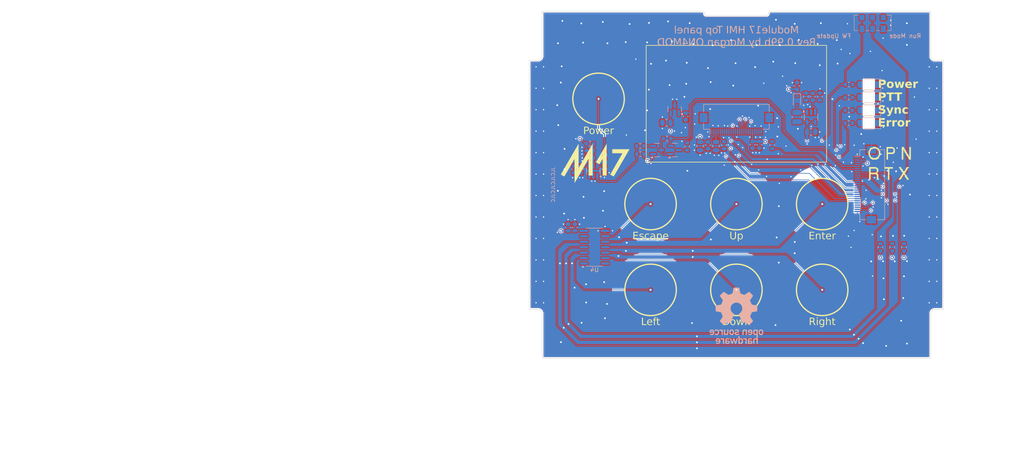
<source format=kicad_pcb>
(kicad_pcb (version 20240108) (generator "pcbnew") (generator_version "8.0")
  (layers (0 "F.Cu" signal) (1 "In1.Cu" signal) (2 "In2.Cu" signal) (31 "B.Cu" signal) (34 "B.Paste" user) (35 "F.Paste" user) (36 "B.SilkS" user "B.Silkscreen") (37 "F.SilkS" user "F.Silkscreen") (38 "B.Mask" user) (39 "F.Mask" user) (44 "Edge.Cuts" user))
  (net 0 "")
  (net 1 "VCC")
  (net 2 "GND")
  (net 3 "VDD")
  (net 4 "Net-(U1-FB)")
  (net 5 "HMI_VIN")
  (net 6 "Net-(U3-VDDHI)")
  (net 7 "+3V3")
  (net 8 "Net-(U3-VREG)")
  (net 9 "Net-(U3-CX)")
  (net 10 "Net-(J3-Pin_3)")
  (net 11 "Net-(D1-A)")
  (net 12 "Net-(D2-A)")
  (net 13 "Net-(D3-A)")
  (net 14 "Net-(D4-A)")
  (net 15 "Net-(D5-A)")
  (net 16 "LED_PTT")
  (net 17 "LED_SYNC")
  (net 18 "LED_ERROR")
  (net 19 "OLED_RST")
  (net 20 "OLED_DC")
  (net 21 "OLED_CS")
  (net 22 "OLED_SPI_SCK")
  (net 23 "OLED_SPI_MOSI")
  (net 24 "ESC{slash}BOOT0")
  (net 25 "Net-(J1-Pin_12)")
  (net 27 "SMCLK")
  (net 28 "SMDATA")
  (net 29 "SMBA")
  (net 30 "HMI_PWR_ON")
  (net 31 "Net-(J3-Pin_4)")
  (net 33 "Net-(R7-Pad2)")
  (net 34 "Net-(U4-CS1)")
  (net 35 "Net-(U4-CS2)")
  (net 36 "Net-(U4-CS3)")
  (net 37 "Net-(U4-CS4)")
  (net 38 "Net-(U4-CS5)")
  (net 39 "Net-(U4-CS6)")
  (net 40 "/activation")
  (net 42 "Net-(Q1-E)")
  (net 43 "Net-(Q1-C)")
  (net 44 "Net-(Q2-D)")
  (footprint "M17_misc_passive:Capacitive_Touch_Round_12mm" (layer "F.Cu") (at 191.449151 88.984916)
    (property "Reference" "SW2")
    (property "Value" "~")
  )
  (footprint "M17_logos:OPN_RTX_logo_10x7.6mm" (layer "F.Cu") (at 247.127084 80.680333)
    (property "Reference" "LOGO2" (hide yes))
    (property "Value" "OPN_RTX_logo")
  )
  (footprint "M17_misc_passive:Capacitive_Touch_Round_12mm" (layer "F.Cu") (at 231.449151 108.984916)
    (property "Reference" "SW7")
    (property "Value" "~")
  )
  (footprint "M17_misc_passive:Capacitive_Touch_Round_12mm" (layer "F.Cu") (at 191.449151 108.984916)
    (property "Reference" "SW5")
    (property "Value" "~")
  )
  (footprint "M17_misc_passive:Capacitive_Touch_Round_12mm" (layer "F.Cu") (at 231.449151 88.984916)
    (property "Reference" "SW4")
    (property "Value" "~")
  )
  (footprint "M17_misc_passive:Capacitive_Touch_Round_12mm" (layer "F.Cu") (at 211.449151 88.984916)
    (property "Reference" "SW3")
    (property "Value" "~")
  )
  (footprint "M17_logos:M17_logo_16x9.2mm" (layer "F.Cu") (at 178.53 79.495)
    (property "Reference" "LOGO1" (hide yes))
    (property "Value" "M17_logo")
  )
  (footprint "M17_misc_passive:Capacitive_Touch_Round_12mm" (layer "F.Cu") (at 211.449151 108.984916)
    (property "Reference" "SW6")
    (property "Value" "~")
  )
  (footprint "M17_misc_passive:Capacitive_Touch_Round_12mm" (layer "F.Cu") (at 179.325 64.465)
    (property "Reference" "SW8")
    (property "Value" "~")
  )
  (footprint "Capacitor_SMD:C_0603_1608Metric" (layer "B.Cu") (at 177.33 78.22 180)
    (property "Reference" "C5")
    (property "Value" "1u")
  )
  (footprint "Capacitor_SMD:C_0603_1608Metric" (layer "B.Cu") (at 225.58 61.445 90)
    (property "Reference" "C3")
    (property "Value" "1u")
  )
  (footprint "Resistor_SMD:R_0603_1608Metric" (layer "B.Cu") (at 180.705 77.545 90)
    (property "Reference" "R7")
    (property "Value" "470R")
  )
  (footprint "Resistor_SMD:R_0603_1608Metric" (layer "B.Cu") (at 177.33 74.92)
    (property "Reference" "R4")
    (property "Value" "40.2")
  )
  (footprint "Capacitor_SMD:C_0805_2012Metric" (layer "B.Cu") (at 203 75.49 -90)
    (property "Reference" "C16")
    (property "Value" "4u7")
  )
  (footprint "Package_SO:SOIC-14_3.9x8.7mm_P1.27mm" (layer "B.Cu") (at 178.38 99.03)
    (property "Reference" "U4")
    (property "Value" "CAP1206-x-SL")
  )
  (footprint "Package_TO_SOT_SMD:SOT-23" (layer "B.Cu") (at 197.055 66.845 90)
    (property "Reference" "U2")
    (property "Value" "AP7375-33SA")
  )
  (footprint "Capacitor_SMD:C_0603_1608Metric" (layer "B.Cu") (at 180.705 80.895 -90)
    (property "Reference" "C12")
    (property "Value" "10p")
  )
  (footprint "M17_misc_passive:LED_LiteOn_LTST-C230" (layer "B.Cu") (at 242.305 70.12)
    (property "Reference" "D5")
    (property "Value" "Yellow")
    (fp_rect (start 1.15 -1.15) (end -1.15 1.15) (stroke (width 0.05)) (fill none) (layer "Edge.Cuts"))
  )
  (footprint "M17_misc_passive:Nidec_Copal-SB-22A_edge" (layer "B.Cu") (at 243.205 46.745)
    (property "Reference" "SW9")
    (property "Value" "CL-SB-22A-11T")
  )
  (footprint "Package_TO_SOT_SMD:TSOT-23-6" (layer "B.Cu") (at 178.105 81.2575 90)
    (property "Reference" "U3")
    (property "Value" "IQS211B00000000TS")
  )
  (footprint "Diode_SMD:D_SOD-323" (layer "B.Cu") (at 225.5675 64.87 -90)
    (property "Reference" "D1")
    (property "Value" "BAT60A")
  )
  (footprint "M17_misc_passive:LED_LiteOn_LTST-C230" (layer "B.Cu") (at 242.305 64.12)
    (property "Reference" "D3")
    (property "Value" "Red")
    (fp_rect (start 1.15 -1.15) (end -1.15 1.15) (stroke (width 0.05)) (fill none) (layer "Edge.Cuts"))
  )
  (footprint "Resistor_SMD:R_0603_1608Metric" (layer "B.Cu") (at 237.655 64.12)
    (property "Reference" "R10")
    (property "Value" "680R")
  )
  (footprint "Capacitor_SMD:C_0603_1608Metric" (layer "B.Cu") (at 177.33 76.57 180)
    (property "Reference" "C6")
    (property "Value" "100p")
  )
  (footprint "Capacitor_SMD:C_0603_1608Metric" (layer "B.Cu") (at 172.23 94.445 90)
    (property "Reference" "C10")
    (property "Value" "1u")
  )
  (footprint "Capacitor_SMD:C_0603_1608Metric" (layer "B.Cu") (at 173.63 80.895 -90)
    (property "Reference" "C11")
    (property "Value" "1u")
  )
  (footprint "Resistor_SMD:R_0603_1608Metric" (layer "B.Cu") (at 230.9175 63.945 90)
    (property "Reference" "R2")
    (property "Value" "150k")
  )
  (footprint "Capacitor_SMD:C_0805_2012Metric" (layer "B.Cu") (at 195.155 70.045 180)
    (property "Reference" "C7")
    (property "Value" "10u")
  )
  (footprint "Capacitor_SMD:C_0603_1608Metric" (layer "B.Cu") (at 216.785 75.18 -90)
    (property "Reference" "C15")
    (property "Value" "1u")
  )
  (footprint "Resistor_SMD:R_0603_1608Metric" (layer "B.Cu") (at 237.655 67.12)
    (property "Reference" "R11")
    (property "Value" "680R")
  )
  (footprint "Resistor_SMD:R_0603_1608Metric" (layer "B.Cu") (at 208.56 75.27 -90)
    (property "Reference" "R8")
    (property "Value" "953k")
  )
  (footprint "Capacitor_SMD:C_0805_2012Metric" (layer "B.Cu") (at 206.715 75.49 -90)
    (property "Reference" "C14")
    (property "Value" "2u2")
  )
  (footprint "Connector_FFC-FPC:Hirose_FH12-26S-0.5SH_1x26-1MP_P0.50mm_Horizontal" (layer "B.Cu") (at 241.505 84.47 -90)
    (property "Reference" "J1")
    (property "Value" "Hirose FH12-26S-0.5SH(55)")
  )
  (footprint "Capacitor_SMD:C_0805_2012Metric" (layer "B.Cu") (at 228.8675 72.145)
    (property "Reference" "C1")
    (property "Value" "4u7")
  )
  (footprint "Package_TO_SOT_SMD:SOT-23-5" (layer "B.Cu") (at 228.8675 68.72 -90)
    (property "Reference" "U1")
    (property "Value" "TPS61040DBV")
  )
  (footprint "Resistor_SMD:R_0603_1608Metric" (layer "B.Cu") (at 237.68 61.12)
    (property "Reference" "R9")
    (property "Value" "680R")
  )
  (footprint "Resistor_SMD:R_0603_1608Metric" (layer "B.Cu") (at 237.655 70.12)
    (property "Reference" "R12")
    (property "Value" "680R")
  )
  (footprint "Capacitor_SMD:C_0603_1608Metric" (layer "B.Cu") (at 175.23 80.895 -90)
    (property "Reference" "C9")
    (property "Value" "100p")
  )
  (footprint "Capacitor_SMD:C_0603_1608Metric" (layer "B.Cu") (at 204.86 75.27 -90)
    (property "Reference" "C17")
    (property "Value" "100n")
  )
  (footprint "Resistor_SMD:R_0603_1608Metric" (layer "B.Cu") (at 219.795 75.24 -90)
    (property "Reference" "R17" (hide yes))
    (property "Value" "10k")
  )
  (footprint "Resistor_SMD:R_0603_1608Metric" (layer "B.Cu") (at 250.53 99.045 90)
    (property "Reference" "R6")
    (property "Value" "1k2")
  )
  (footprint "Resistor_SMD:R_0603_1608Metric" (layer "B.Cu") (at 189.055 77.345 180)
    (property "Reference" "R13")
    (property "Value" "10k")
  )
  (footprint "M17_misc_passive:LED_LiteOn_LTST-C230" (layer "B.Cu") (at 242.305 61.12)
    (property "Reference" "D2")
    (property "Value" "Blue")
    (fp_rect (start 1.15 -1.15) (end -1.15 1.15) (stroke (width 0.05)) (fill none) (layer "Edge.Cuts"))
  )
  (footprint "Resistor_SMD:R_0603_1608Metric" (layer "B.Cu") (at 245.03 99.045 90)
    (property "Reference" "R3")
    (property "Value" "1k2")
  )
  (footprint "Capacitor_SMD:C_0603_1608Metric" (layer "B.Cu") (at 215.205 75.185 -90)
    (property "Reference" "C13")
    (property "Value" "1u")
  )
  (footprint "Connector_FFC-FPC:Hirose_FH12-24S-0.5SH_1x24-1MP_P0.50mm_Horizontal" (layer "B.Cu") (at 211.455 70.245)
    (property "Reference" "J3")
    (property "Value" "Hirose FH12A-24S-0.5SH(55)")
  )
  (footprint "Inductor_SMD:L_1008_2520Metric" (layer "B.Cu") (at 225.5675 68.72 90)
    (property "Reference" "L1")
    (property "Value" "1uH")
  )
  (footprint "Resistor_SMD:R_0603_1608Metric" (layer "B.Cu") (at 195.28 73.72 180)
    (property "Reference" "R15")
    (property "Value" "10k")
  )
  (footprint "Package_TO_SOT_SMD:SOT-23" (layer "B.Cu") (at 197.055 76.395)
    (property "Reference" "Q2")
    (property "Value" "BSS84")
  )
  (footprint "M17_logos:OSHW_logo_12.5x13mm" (layer "B.Cu") (at 211.471899 115.02 180)
    (property "Reference" "LOGO3")
    (property "Value" "OSHW_logo")
  )
  (footprint "Package_TO_SOT_SMD:SOT-23" (layer "B.Cu") (at 192.955 76.395)
    (property "Reference" "Q1")
    (property "Value" "MMBT3904")
  )
  (footprint "Capacitor_SMD:C_0603_1608Metric" (layer "B.Cu") (at 229.2675 63.945 -90)
    (property "Reference" "C2")
    (property "Value" "15p")
  )
  (footprint "Resistor_SMD:R_0603_1608Metric" (layer "B.Cu") (at 189.03 75.445 180)
    (property "Reference" "R14")
    (property "Value" "10k")
  )
  (footprint "Resistor_SMD:R_0603_1608Metric" (layer "B.Cu") (at 199.98 75.57 90)
    (property "Reference" "R16")
    (property "Value" "680R")
  )
  (footprint "Resistor_SMD:R_0603_1608Metric" (layer "B.Cu") (at 247.78 99.045 90)
    (property "Reference" "R5")
    (property "Value" "1k2")
  )
  (footprint "Capacitor_SMD:C_0603_1608Metric" (layer "B.Cu") (at 199.635 68.56 -90)
    (property "Reference" "C4")
    (property "Value" "1u")
  )
  (footprint "Resistor_SMD:R_0603_1608Metric" (layer "B.Cu") (at 227.6425 63.945 -90)
    (property "Reference" "R1")
    (property "Value" "1M37")
  )
  (footprint "Capacitor_SMD:C_0603_1608Metric" (layer "B.Cu") (at 173.805 94.445 90)
    (property "Reference" "C8")
    (property "Value" "100n")
  )
  (footprint "M17_misc_passive:LED_LiteOn_LTST-C230" (layer "B.Cu") (at 242.305 67.12)
    (property "Reference" "D4")
    (property "Value" "Green")
    (fp_rect (start 1.15 -1.15) (end -1.15 1.15) (stroke (width 0.05)) (fill none) (layer "Edge.Cuts"))
  )
  (gr_circle (center 231.449151 88.984916) (end 237.449151 88.984916) (stroke (width 0.3)) (fill none) (layer "F.SilkS"))
  (gr_circle (center 211.449151 88.984916) (end 217.449151 88.984916) (stroke (width 0.3)) (fill none) (layer "F.SilkS"))
  (gr_rect (start 190.43 51.995) (end 232.48 79.22) (stroke (width 0.15)) (fill none) (layer "F.SilkS"))
  (gr_circle (center 179.325 64.465) (end 185.325 64.465) (stroke (width 0.3)) (fill none) (layer "F.SilkS"))
  (gr_circle (center 211.449151 108.984916) (end 217.449151 108.984916) (stroke (width 0.3)) (fill none) (layer "F.SilkS"))
  (gr_circle (center 231.449151 108.984916) (end 237.449151 108.984916) (stroke (width 0.3)) (fill none) (layer "F.SilkS"))
  (gr_circle (center 191.449151 108.984916) (end 197.449151 108.984916) (stroke (width 0.3)) (fill none) (layer "F.SilkS"))
  (gr_circle (center 191.449151 88.984916) (end 197.449151 88.984916) (stroke (width 0.3)) (fill none) (layer "F.SilkS"))
  (gr_line (start 163.205 113.495) (end 165.205 113.495) (stroke (width 0.1)) (layer "Edge.Cuts"))
  (gr_line (start 166.205 124.945) (end 166.205 114.495) (stroke (width 0.1)) (layer "Edge.Cuts"))
  (gr_line (start 256.705 124.945) (end 166.205 124.945) (stroke (width 0.1)) (layer "Edge.Cuts"))
  (gr_line (start 219.455 44.045) (end 256.705 44.045) (stroke (width 0.1)) (layer "Edge.Cuts"))
  (gr_line (start 259.705 55.495) (end 257.705 55.495) (stroke (width 0.1)) (layer "Edge.Cuts"))
  (gr_line (start 203.455 44.045) (end 166.205 44.045) (stroke (width 0.1)) (layer "Edge.Cuts"))
  (gr_line (start 163.205 55.495) (end 165.205 55.495) (stroke (width 0.1)) (layer "Edge.Cuts"))
  (gr_arc (start 166.205 54.495) (mid 165.912107 55.202107) (end 165.205 55.495) (stroke (width 0.1)) (layer "Edge.Cuts"))
  (gr_arc (start 257.705 55.495) (mid 256.997893 55.202107) (end 256.705 54.495) (stroke (width 0.1)) (layer "Edge.Cuts"))
  (gr_line (start 204.455 45.045) (end 218.455 45.045) (stroke (width 0.1)) (layer "Edge.Cuts"))
  (gr_arc (start 218.955 44.545) (mid 219.101447 44.191447) (end 219.455 44.045) (stroke (width 0.1)) (layer "Edge.Cuts"))
  (gr_arc (start 203.455 44.045) (mid 203.808553 44.191447) (end 203.955 44.545) (stroke (width 0.1)) (layer "Edge.Cuts"))
  (gr_line (start 259.705 55.495) (end 259.705 113.495) (stroke (width 0.1)) (layer "Edge.Cuts"))
  (gr_line (start 166.205 44.045) (end 166.205 54.495) (stroke (width 0.1)) (layer "Edge.Cuts"))
  (gr_line (start 163.205 113.495) (end 163.205 55.495) (stroke (width 0.1)) (layer "Edge.Cuts"))
  (gr_arc (start 256.705 114.495) (mid 256.997893 113.787893) (end 257.705 113.495) (stroke (width 0.1)) (layer "Edge.Cuts"))
  (gr_line (start 256.705 124.945) (end 256.705 114.495) (stroke (width 0.1)) (layer "Edge.Cuts"))
  (gr_arc (start 218.955 44.545) (mid 218.808553 44.898553) (end 218.455 45.045) (stroke (width 0.1)) (layer "Edge.Cuts"))
  (gr_arc (start 204.455 45.045) (mid 204.101447 44.898553) (end 203.955 44.545) (stroke (width 0.1)) (layer "Edge.Cuts"))
  (gr_line (start 256.705 44.045) (end 256.705 54.495) (stroke (width 0.1)) (layer "Edge.Cuts"))
  (gr_arc (start 165.205 113.495) (mid 165.912107 113.787893) (end 166.205 114.495) (stroke (width 0.1)) (layer "Edge.Cuts"))
  (gr_line (start 259.705 113.495) (end 257.705 113.495) (stroke (width 0.1)) (layer "Edge.Cuts"))
  (gr_text "FW Update" (at 238.205 49.795 0) (layer "B.SilkS") (effects (font (size 1 1)) (justify left mirror)))
  (gr_text "JLCJLCJLCJLC" (at 169.205 84.495 90) (layer "B.SilkS") (effects (font (size 0.8 0.8) (thickness 0.12)) (justify bottom mirror)))
  (gr_text "Run Mode" (at 247.005 49.795 0) (layer "B.SilkS") (effects (font (size 1 1)) (justify right mirror)))
  (gr_text "Module17 HMI Top panel\nRev 0.99b by Morgan ON4MOD" (at 211.455 47.495 0) (layer "B.SilkS") (effects (font (size 1.7 1.7)) (justify top mirror)))
  (gr_text "Sync" (at 244.455 67.12 0) (layer "F.SilkS") (effects (font (size 1.9 1.9) (thickness 0.34) (bold yes)) (justify left)))
  (gr_text "Down" (at 211.449151 116.484916 0) (layer "F.SilkS") (effects (font (size 1.7 1.7) (thickness 0.225))))
  (gr_text "Right" (at 231.449151 116.484916 0) (layer "F.SilkS") (effects (font (size 1.7 1.7) (thickness 0.225))))
  (gr_text "PTT" (at 244.455 64.12 0) (layer "F.SilkS") (effects (font (size 1.9 1.9) (thickness 0.34) (bold yes)) (justify left)))
  (gr_text "Escape" (at 191.449151 96.484916 0) (layer "F.SilkS") (effects (font (size 1.7 1.7) (thickness 0.225))))
  (gr_text "Power" (at 179.325 71.965 0) (layer "F.SilkS") (effects (font (size 1.7 1.7) (thickness 0.225))))
  (gr_text "Power" (at 244.455 61.12 0) (layer "F.SilkS") (effects (font (size 1.9 1.9) (thickness 0.34) (bold yes)) (justify left)))
  (gr_text "Up" (at 211.449151 96.484916 0) (layer "F.SilkS") (effects (font (size 1.7 1.7) (thickness 0.225))))
  (gr_text "Enter" (at 231.449151 96.484916 0) (layer "F.SilkS") (effects (font (size 1.7 1.7) (thickness 0.225))))
  (gr_text "Error" (at 244.455 70.12 0) (layer "F.SilkS") (effects (font (size 1.9 1.9) (thickness 0.34) (bold yes)) (justify left)))
  (gr_text "Left" (at 191.449151 116.484916 0) (layer "F.SilkS") (effects (font (size 1.7 1.7) (thickness 0.225))))
  (via (at 245.03 101.445) (size 0.8) (drill 0.4) (layers "F.Cu" "B.Cu") (net 1))
  (via (at 247.78 101.445) (size 0.8) (drill 0.4) (layers "F.Cu" "B.Cu") (net 1))
  (via (at 218.19 74.415) (size 0.8) (drill 0.4) (layers "F.Cu" "B.Cu") (net 1))
  (via (at 227.9175 74.2075) (size 0.6) (drill 0.3) (layers "F.Cu" "B.Cu") (net 1))
  (via (at 250.53 101.445) (size 0.8) (drill 0.4) (layers "F.Cu" "B.Cu") (net 1))
  (via (at 231.415 74.22) (size 0.6) (drill 0.3) (layers "F.Cu" "B.Cu") (net 1))
  (via (at 241.98 79.47) (size 0.8) (drill 0.4) (layers "F.Cu" "B.Cu") (net 1))
  (via (at 170.58 95.22) (size 0.8) (drill 0.4) (layers "F.Cu" "B.Cu") (net 1))
  (segment (start 241.23 78.72) (end 239.655 78.72) (width 0.25) (layer "B.Cu") (net 1))
  (segment (start 215.21 74.405) (end 215.205 74.41) (width 0.5) (layer "B.Cu") (net 1))
  (segment (start 173.805 95.22) (end 175.905 95.22) (width 0.25) (layer "B.Cu") (net 1))
  (segment (start 250.53 101.445) (end 250.53 99.87) (width 0.25) (layer "B.Cu") (net 1))
  (segment (start 233.045 63.905) (end 235.83 61.12) (width 0.25) (layer "B.Cu") (net 1))
  (segment (start 215.205 74.41) (end 215.205 72.095) (width 0.25) (layer "B.Cu") (net 1))
  (segment (start 235.83 61.12) (end 236.855 61.12) (width 0.25) (layer "B.Cu") (net 1))
  (segment (start 236.855 57.925) (end 240.705 54.075) (width 0.15) (layer "B.Cu") (net 1))
  (segment (start 245.03 101.445) (end 245.03 99.87) (width 0.25) (layer "B.Cu") (net 1))
  (segment (start 231.415 74.22) (end 233.045 72.59) (width 0.25) (layer "B.Cu") (net 1))
  (segment (start 227.855 69.795) (end 227.9175 69.8575) (width 0.25) (layer "B.Cu") (net 1))
  (segment (start 219.795 74.415) (end 218.19 74.415) (width 0.15) (layer "B.Cu") (net 1))
  (segment (start 227.93 74.22) (end 227.9175 74.2075) (width 0.25) (layer "B.Cu") (net 1))
  (segment (start 240.76 79.03) (end 240.76 78.72) (width 0.25) (layer "B.Cu") (net 1))
  (segment (start 247.78 101.445) (end 247.78 99.97) (width 0.25) (layer "B.Cu") (net 1))
  (segment (start 239.655 79.22) (end 240.57 79.22) (width 0.25) (layer "B.Cu") (net 1))
  (segment (start 240.57 79.22) (end 240.76 79.03) (width 0.25) (layer "B.Cu") (net 1))
  (segment (start 218.18 74.405) (end 218.19 74.415) (width 0.5) (layer "B.Cu") (net 1))
  (segment (start 236.855 61.12) (end 236.855 57.925) (width 0.15) (layer "B.Cu") (net 1))
  (segment (start 225.5675 69.795) (end 227.855 69.795) (width 0.25) (layer "B.Cu") (net 1))
  (segment (start 240.705 54.075) (end 240.705 48.145) (width 0.15) (layer "B.Cu") (net 1))
  (segment (start 227.9175 74.2075) (end 227.9175 72.145) (width 0.5) (layer "B.Cu") (net 1))
  (segment (start 241.98 79.47) (end 241.23 78.72) (width 0.25) (layer "B.Cu") (net 1))
  (segment (start 227.9175 69.8575) (end 227.9175 72.27) (width 0.25) (layer "B.Cu") (net 1))
  (segment (start 233.045 72.59) (end 233.045 63.905) (width 0.25) (layer "B.Cu") (net 1))
  (segment (start 172.23 95.22) (end 173.805 95.22) (width 0.25) (layer "B.Cu") (net 1))
  (segment (start 216.785 74.405) (end 215.21 74.405) (width 0.5) (layer "B.Cu") (net 1))
  (segment (start 240.705 48.145) (end 240.705 45.495) (width 0.15) (layer "B.Cu") (net 1))
  (segment (start 170.58 95.22) (end 172.23 95.22) (width 0.25) (layer "B.Cu") (net 1))
  (segment (start 216.785 74.405) (end 218.18 74.405) (width 0.5) (layer "B.Cu") (net 1))
  (segment (start 229.8175 69.8575) (end 227.9175 69.8575) (width 0.25) (layer "B.Cu") (net 1))
  (via (at 256.405 96.995) (size 0.6) (drill 0.3) (layers "F.Cu" "B.Cu") (net 2))
  (via (at 253.355 73.845) (size 0.6) (drill 0.3) (layers "F.Cu" "B.Cu") (net 2))
  (via (at 205.338232 66.850638) (size 0.8) (drill 0.4) (layers "F.Cu" "B.Cu") (net 2))
  (via (at 199.748984 60.949444) (size 0.8) (drill 0.4) (layers "F.Cu" "B.Cu") (net 2))
  (via (at 218.225 73.435) (size 0.6) (drill 0.3) (layers "F.Cu" "B.Cu") (net 2))
  (via (at 175.822979 87.296807) (size 0.8) (drill 0.4) (layers "F.Cu" "B.Cu") (net 2))
  (via (at 237.34 46.95) (size 0.6) (drill 0.3) (layers "F.Cu" "B.Cu") (net 2))
  (via (at 221.34 89.48) (size 0.8) (drill 0.4) (layers "F.Cu" "B.Cu") (net 2))
  (via (at 226.405 80.995) (size 0.6) (drill 0.3) (layers "F.Cu" "B.Cu") (net 2))
  (via (at 245.715 66.52) (size 0.6) (drill 0.3) (layers "F.Cu" "B.Cu") (net 2))
  (via (at 180.368079 90.538664) (size 0.8) (drill 0.4) (layers "F.Cu" "B.Cu") (net 2))
  (via (at 235.445 66.075) (size 0.6) (drill 0.3) (layers "F.Cu" "B.Cu") (net 2))
  (via (at 220.672265 46.029438) (size 0.8) (drill 0.4) (layers "F.Cu" "B.Cu") (net 2))
  (via (at 174.005 73.77) (size 0.6) (drill 0.3) (layers "F.Cu" "B.Cu") (net 2))
  (via (at 170.724928 56.87954) (size 0.8) (drill 0.4) (layers "F.Cu" "B.Cu") (net 2))
  (via (at 169.835989 85.893658) (size 0.8) (drill 0.4) (layers "F.Cu" "B.Cu") (net 2))
  (via (at 234.605 77.545) (size 0.6) (drill 0.3) (layers "F.Cu" "B.Cu") (net 2))
  (via (at 178.48 83.645) (size 0.6) (drill 0.3) (layers "F.Cu" "B.Cu") (net 2))
  (via (at 220.99 73.24) (size 0.8) (drill 0.4) (layers "F.Cu" "B.Cu") (net 2))
  (via (at 175.90887 92.185641) (size 0.8) (drill 0.4) (layers "F.Cu" "B.Cu") (net 2))
  (via (at 258.155 61.995) (size 0.6) (drill 0.3) (layers "F.Cu" "B.Cu") (net 2))
  (via (at 171.385609 76.122106) (size 0.8) (drill 0.4) (layers "F.Cu" "B.Cu") (net 2))
  (via (at 245.88 82.445) (size 0.6) (drill 0.3) (layers "F.Cu" "B.Cu") (net 2))
  (via (at 175.455 75.7575) (size 0.6) (drill 0.3) (layers "F.Cu" "B.Cu") (net 2))
  (via (at 170.89097 46.286262) (size 0.8) (drill 0.4) (layers "F.Cu" "B.Cu") (net 2))
  (via (at 250.555 96.37) (size 0.8) (drill 0.4) (layers "F.Cu" "B.Cu") (net 2))
  (via (at 238.28 79.32) (size 0.6) (drill 0.3) (layers "F.Cu" "B.Cu") (net 2))
  (via (at 235.88 52.945) (size 0.6) (drill 0.3) (layers "F.Cu" "B.Cu") (net 2))
  (via (at 212.915 75.84) (size 0.6) (drill 0.3) (layers "F.Cu" "B.Cu") (net 2))
  (via (at 227.915 75.01) (size 0.6) (drill 0.3) (layers "F.Cu" "B.Cu") (net 2))
  (via (at 241.68 85.77) (size 0.6) (drill 0.3) (layers "F.Cu" "B.Cu") (net 2))
  (via (at 256.405 86.995) (size 0.6) (drill 0.3) (layers "F.Cu" "B.Cu") (net 2))
  (via (at 191.555 79.545) (size 0.6) (drill 0.3) (layers "F.Cu" "B.Cu") (net 2))
  (via (at 250.516263 105.817908) (size 0.8) (drill 0.4) (layers "F.Cu" "B.Cu") (net 2))
  (via (at 206.3 77.6) (size 0.6) (drill 0.3) (layers "F.Cu" "B.Cu") (net 2))
  (via (at 209.435 70.795) (size 0.6) (drill 0.3) (layers "F.Cu" "B.Cu") (net 2))
  (via (at 201.845 67.955) (size 0.6) (drill 0.3) (layers "F.Cu" "B.Cu") (net 2))
  (via (at 164.755 81.995) (size 0.6) (drill 0.3) (layers "F.Cu" "B.Cu") (net 2))
  (via (at 224.205 63.02) (size 0.6) (drill 0.3) (layers "F.Cu" "B.Cu") (net 2))
  (via (at 172.33 116.945) (size 0.8) (drill 0.4) (layers "F.Cu" "B.Cu") (net 2))
  (via (at 221.33 102.62) (size 0.8) (drill 0.4) (layers "F.Cu" "B.Cu") (net 2))
  (via (at 197.555 64.545) (size 0.6) (drill 0.3) (layers "F.Cu" "B.Cu") (net 2))
  (via (at 199.345 63.995) (size 0.8) (drill 0.4) (layers "F.Cu" "B.Cu") (net 2))
  (via (at 194.205 68.695) (size 0.6) (drill 0.3) (layers "F.Cu" "B.Cu") (net 2))
  (via (at 185.88 98.02) (size 0.8) (drill 0.4) (layers "F.Cu" "B.Cu") (net 2))
  (via (at 228.6175 66.295) (size 0.6) (drill 0.3) (layers "F.Cu" "B.Cu") (net 2))
  (via (at 174.005 82.8325) (size 0.6) (drill 0.3) (layers "F.Cu" "B.Cu") (net 2))
  (via (at 256.405 111.995) (size 0.6) (drill 0.3) (layers "F.Cu" "B.Cu") (net 2))
  (via (at 223.03 75.47) (size 0.6) (drill 0.3) (layers "F.Cu" "B.Cu") (net 2))
  (via (at 234.945 75.25) (size 0.6) (drill 0.3) (layers "F.Cu" "B.Cu") (net 2))
  (via (at 205.918889 51.993598) (size 0.8) (drill 0.4) (layers "F.Cu" "B.Cu") (net 2))
  (via (at 227.1425 65.97) (size 0.6) (drill 0.3) (layers "F.Cu" "B.Cu") (net 2))
  (via (at 164.755 86.995) (size 0.6) (drill 0.3) (layers "F.Cu" "B.Cu") (net 2))
  (via (at 205.06 73.29) (size 0.6) (drill 0.3) (layers "F.Cu" "B.Cu") (net 2))
  (via (at 235.041513 56.234008) (size 0.8) (drill 0.4) (layers "F.Cu" "B.Cu") (net 2))
  (via (at 173.155 102.795) (size 0.8) (drill 0.4) (layers "F.Cu" "B.Cu") (net 2))
  (via (at 242.695 53.4) (size 0.6) (drill 0.3) (layers "F.Cu" "B.Cu") (net 2))
  (via (at 216.795 77.03) (size 0.6) (drill 0.3) (layers "F.Cu" "B.Cu") (net 2))
  (via (at 221.455 84.17) (size 0.6) (drill 0.3) (layers "F.Cu" "B.Cu") (net 2))
  (via (at 208.46 73.505) (size 0.6) (drill 0.3) (layers "F.Cu" "B.Cu") (net 2))
  (via (at 173.73 108.47) (size 0.8) (drill 0.4) (layers "F.Cu" "B.Cu") (net 2))
  (via (at 204.819268 57.288221) (size 0.8) (drill 0.4) (layers "F.Cu" "B.Cu") (net 2))
  (via (at 245.18 77.37) (size 0.6) (drill 0.3) (layers "F.Cu" "B.Cu") (net 2))
  (via (at 214.56 73.385) (size 0.6) (drill 0.3) (layers "F.Cu" "B.Cu") (net 2))
  (via (at 195.038839 55.548854) (size 0.8) (drill 0.4) (layers "F.Cu" "B.Cu") (net 2))
  (via (at 199.555 71.17) (size 0.6) (drill 0.3) (layers "F.Cu" "B.Cu") (net 2))
  (via (at 201.68 75.21) (size 0.6) (drill 0.3) (layers "F.Cu" "B.Cu") (net 2))
  (via (at 233.825 64.51) (size 0.8) (drill 0.4) (layers "F.Cu" "B.Cu") (net 2))
  (via (at 169.69 65.94) (size 0.8) (drill 0.4) (layers "F.Cu" "B.Cu") (net 2))
  (via (at 220.565333 117.190394) (size 0.8) (drill 0.4) (layers "F.Cu" "B.Cu") (net 2))
  (via (at 226.665 60.67) (size 0.6) (drill 0.3) (layers "F.Cu" "B.Cu") (net 2))
  (via (at 180.634923 107.175801) (size 0.8) (drill 0.4) (layers "F.Cu" "B.Cu") (net 2))
  (via (at 211.895 75.105) (size 0.6) (drill 0.3) (layers "F.Cu" "B.Cu") (net 2))
  (via (at 164.755 96.995) (size 0.6) (drill 0.3) (layers "F.Cu" "B.Cu") (net 2))
  (via (at 173.28 82.8325) (size 0.6) (drill 0.3) (layers "F.Cu" "B.Cu") (net 2))
  (via (at 220.04606 55.790499) (size 0.8) (drill 0.4) (layers "F.Cu" "B.Cu") (net 2))
  (via (at 223.155 61.395) (size 0.6) (drill 0.3) (layers "F.Cu" "B.Cu") (net 2))
  (via (at 209.73 73.545) (size 0.6) (drill 0.3) (layers "F.Cu" "B.Cu") (net 2))
  (via (at 234.53 80.02) (size 0.6) (drill 0.3) (layers "F.Cu" "B.Cu") (net 2))
  (via (at 225.168002 56.139975) (size 0.8) (drill 0.4) (layers "F.Cu" "B.Cu") (net 2))
  (via (at 181.292432 112.261345) (size 0.8) (drill 0.4) (layers "F.Cu" "B.Cu") (net 2))
  (via (at 240.955 80.12) (size 0.6) (drill 0.3) (layers "F.Cu" "B.Cu") (net 2))
  (via (at 210.717251 61.37619) (size 0.8) (drill 0.4) (layers "F.Cu" "B.Cu") (net 2))
  (via (at 195.527957 46.411015) (size 0.8) (drill 0.4) (layers "F.Cu" "B.Cu") (net 2))
  (via (at 188.005 55.195) (size 0.6) (drill 0.3) (layers "F.Cu" "B.Cu") (net 2))
  (via (at 245.83 111.17) (size 0.8) (drill 0.4) (layers "F.Cu" "B.Cu") (net 2))
  (via (at 221.579861 51.953686) (size 0.8) (drill 0.4) (layers "F.Cu" "B.Cu") (net 2))
  (via (at 191.557401 56.288757) (size 0.8) (drill 0.4) (layers "F.Cu" "B.Cu") (net 2))
  (via (at 186.558708 47.021289) (size 0.8) (drill 0.4) (layers "F.Cu" "B.Cu") (net 2))
  (via (at 228.0675 65.795) (size 0.6) (drill 0.3) (layers "F.Cu" "B.Cu") (net 2))
  (via (at 245.727953 106.295818) (size 0.8) (drill 0.4) (layers "F.Cu" "B.Cu") (net 2))
  (via (at 222.205 59.195) (size 0.6) (drill 0.3) (layers "F.Cu" "B.Cu") (net 2))
  (via (at 201.379177 51.682918) (size 0.8) (drill 0.4) (layers "F.Cu" "B.Cu") (net 2))
  (via (at 166.505 81.995) (size 0.6) (drill 0.3) (layers "F.Cu" "B.Cu") (net 2))
  (via (at 246.78 89.045) (size 0.6) (drill 0.3) (layers "F.Cu" "B.Cu") (net 2))
  (via (at 240.98 78.02) (size 0.6) (drill 0.3) (layers "F.Cu" "B.Cu") (net 2))
  (via (at 251.185762 46.838229) (size 0.8) (drill 0.4) (layers "F.Cu" "B.Cu") (net 2))
  (via (at 166.505 61.995) (size 0.6) (drill 0.3) (layers "F.Cu" "B.Cu") (net 2))
  (via (at 245.73 69.08) (size 0.6) (drill 0.3) (layers "F.Cu" "B.Cu") (net 2))
  (via (at 190.142301 71.784687) (size 0.8) (drill 0.4) (layers "F.Cu" "B.Cu") (net 2))
  (via (at 225.055 97.82) (size 0.8) (drill 0.4) (layers "F.Cu" "B.Cu") (net 2))
  (via (at 233.11 75.245) (size 0.6) (drill 0.3) (layers "F.Cu" "B.Cu") (net 2))
  (via (at 245.63 102.32) (size 0.8) (drill 0.4) (layers "F.Cu" "B.Cu") (net 2))
  (via (at 241.155 74.92) (size 0.6) (drill 0.3) (layers "F.Cu" "B.Cu") (net 2))
  (via (at 211.215 77.495) (size 0.6) (drill 0.3) (layers "F.Cu" "B.Cu") (net 2))
  (via (at 246.63 81.22) (size 0.6) (drill 0.3) (layers "F.Cu" "B.Cu") (net 2))
  (via (at 169.865049 51.505511) (size 0.8) (drill 0.4) (layers "F.Cu" "B.Cu") (net 2))
  (via (at 245.735 71.08) (size 0.6) (drill 0.3) (layers "F.Cu" "B.Cu") (net 2))
  (via (at 164.755 71.995) (size 0.6) (drill 0.3) (layers "F.Cu" "B.Cu") (net 2))
  (via (at 230.397737 51.642808) (size 0.8) (drill 0.4) (layers "F.Cu" "B.Cu") (net 2))
  (via (at 184.405 78.945) (size 0.6) (drill 0.3) (layers "F.Cu" "B.Cu") (net 2))
  (via (at 221.205 77.245) (size 0.6) (drill 0.3) (layers "F.Cu" "B.Cu") (net 2))
  (via (at 174.905 82.8325) (size 0.6) (drill 0.3) (layers "F.Cu" "B.Cu") (net 2))
  (via (at 218.48 82.545) (size 0.6) (drill 0.3) (layers "F.Cu" "B.Cu") (net 2))
  (via (at 238.855 119.445) (size 0.8) (drill 0.4) (layers "F.Cu" "B.Cu") (net 2))
  (via (at 180.623527 85.972208) (size 0.8) (drill 0.4) (layers "F.Cu" "B.Cu") (net 2))
  (via (at 240.555 72.67) (size 0.8) (drill 0.4) (layers "F.Cu" "B.Cu") (net 2))
  (via (at 194.205 71.37) (size 0.6) (drill 0.3) (layers "F.Cu" "B.Cu") (net 2))
  (via (at 214.575 70.83) (size 0.6) (drill 0.3) (layers "F.Cu" "B.Cu") (net 2))
  (via (at 245.53 60.27) (size 0.6) (drill 0.3) (layers "F.Cu" "B.Cu") (net 2))
  (via (at 174.9 93.67) (size 0.6) (drill 0.3) (layers "F.Cu" "B.Cu") (net 2))
  (via (at 218.62 78.53) (size 0.6) (drill 0.3) (layers "F.Cu" "B.Cu") (net 2))
  (via (at 258.155 91.995) (size 0.6) (drill 0.3) (layers "F.Cu" "B.Cu") (net 2))
  (via (at 258.155 101.995) (size 0.6) (drill 0.3) (layers "F.Cu" "B.Cu") (net 2))
  (via (at 238.18 99.095) (size 0.6) (drill 0.3) (layers "F.Cu" "B.Cu") (net 2))
  (via (at 164.755 91.995) (size 0.6) (drill 0.3) (layers "F.Cu" "B.Cu") (net 2))
  (via (at 175.455 77.3325) (size 0.6) (drill 0.3) (layers "F.Cu" "B.Cu") (net 2))
  (via (at 251.191478 51.877669) (size 0.8) (drill 0.4) (layers "F.Cu" "B.Cu") (net 2))
  (via (at 248.68 81.345) (size 0.8) (drill 0.4) (layers "F.Cu" "B.Cu") (net 2))
  (via (at 205.456044 60.555525) (size 0.8) (drill 0.4) (layers "F.Cu" "B.Cu") (net 2))
  (via (at 258.155 71.995) (size 0.6) (drill 0.3) (layers "F.Cu" "B.Cu") (net 2))
  (via (at 245.005 75.62) (size 0.6) (drill 0.3) (layers "F.Cu" "B.Cu") (net 2))
  (via (at 205.505 97.245) (size 0.8) (drill 0.4) (layers "F.Cu" "B.Cu") (net 2))
  (via (at 256.405 61.995) (size 0.6) (drill 0.3) (layers "F.Cu" "B.Cu") (net 2))
  (via (at 247.42 46.16) (size 0.6) (drill 0.3) (layers "F.Cu" "B.Cu") (net 2))
  (via (at 225.039945 46.968562) (size 0.8) (drill 0.4) (layers "F.Cu" "B.Cu") (net 2))
  (via (at 230.9425 62.095) (size 0.6) (drill 0.3) (layers "F.Cu" "B.Cu") (net 2))
  (via (at 200.565917 46.817409) (size 0.8) (drill 0.4) (layers "F.Cu" "B.Cu") (net 2))
  (via (at 170.535979 60.663192) (size 0.8) (drill 0.4) (layers "F.Cu" "B.Cu") (net 2))
  (via (at 166.505 56.995) (size 0.6) (drill 0.3) (layers "F.Cu" "B.Cu") (net 2))
  (via (at 176.430349 111.925125) (size 0.8) (drill 0.4) (layers "F.Cu" "B.Cu") (net 2))
  (via (at 215.816179 57.063383) (size 0.8) (drill 0.4) (layers "F.Cu" "B.Cu") (net 2))
  (via (at 239.93 120.37) (size 0.8) (drill 0.4) (layers "F.Cu" "B.Cu") (net 2))
  (via (at 166.505 106.995) (size 0.6) (drill 0.3) (layers "F.Cu" "B.Cu") (net 2))
  (via (at 207.205 70.745) (size 0.6) (drill 0.3) (layers "F.Cu" "B.Cu") (net 2))
  (via (at 177.73 83.645) (size 0.6) (drill 0.3) (layers "F.Cu" "B.Cu") (net 2))
  (via (at 205.325 77.155) (size 0.6) (drill 0.3) (layers "F.Cu" "B.Cu") (net 2))
  (via (at 258.155 111.995) (size 0.6) (drill 0.3) (layers "F.Cu" "B.Cu") (net 2))
  (via (at 171.14 93.67) (size 0.6) (drill 0.3) (layers "F.Cu" "B.Cu") (net 2))
  (via (at 215.28 77.01) (size 0.6) (drill 0.3) (layers "F.Cu" "B.Cu") (net 2))
  (via (at 175.455 76.5825) (size 0.6) (drill 0.3) (layers "F.Cu" "B.Cu") (net 2))
  (via (at 232.0425 63.12) (size 0.6) (drill 0.3) (layers "F.Cu" "B.Cu") (net 2))
  (via (at 215.795 70.715) (size 0.6) (drill 0.3) (layers "F.Cu" "B.Cu") (net 2))
  (via (at 243.18 105.745) (size 0.6) (drill 0.3) (layers "F.Cu" "B.Cu") (net 2))
  (via (at 183.955 101.095) (size 0.8) (drill 0.4) (layers "F.Cu" "B.Cu") (net 2))
  (via (at 180.84 94.195) (size 0.6) (drill 0.3) (layers "F.Cu" "B.Cu") (net 2))
  (via (at 241.63 87.745) (size 0.6) (drill 0.3) (layers "F.Cu" "B.Cu") (net 2))
  (via (at 220.83 96.77) (size 0.8) (drill 0.4) (layers "F.Cu" "B.Cu") (net 2))
  (via (at 169.705 95.595) (size 0.6) (drill 0.3) (layers "F.Cu" "B.Cu") (net 2))
  (via (at 258.155 81.995) (size 0.6) (drill 0.3) (layers "F.Cu" "B.Cu") (net 2))
  (via (at 211.575 70.8) (size 0.6) (drill 0.3) (layers "F.Cu" "B.Cu") (net 2))
  (via (at 256.405 71.995) (size 0.6) (drill 0.3) (layers "F.Cu" "B.Cu") (net 2))
  (via (at 209.545 75.215) (size 0.6) (drill 0.3) (layers "F.Cu" "B.Cu") (net 2))
  (via (at 208.63 79.92) (size 0.6) (drill 0.3) (layers "F.Cu" "B.Cu") (net 2))
  (via (at 258.155 66.995) (size 0.6) (drill 0.3) (layers "F.Cu" "B.Cu") (net 2))
  (via (at 198.755 74.345) (size 0.6) (drill 0.3) (layers "F.Cu" "B.Cu") (net 2))
  (via (at 191.061431 62.313213) (size 0.8) (drill 0.4) (layers "F.Cu" "B.Cu") (net 2))
  (via (at 250.28 84.645) (size 0.6) (drill 0.3) (layers "F.Cu" "B.Cu") (net 2))
  (via (at 164.755 76.995) (size 0.6) (drill 0.3) (layers "F.Cu" "B.Cu") (net 2))
  (via (at 232.18 79.67) (size 0.6) (drill 0.3) (layers "F.Cu" "B.Cu") (net 2))
  (via (at 166.505 76.995) (size 0.6) (drill 0.3) (layers "F.Cu" "B.Cu") (net 2))
  (via (at 190.638907 51.298301) (size 0.8) (drill 0.4) (layers "F.Cu" "B.Cu") (net 2))
  (via (at 166.505 91.995) (size 0.6) (drill 0.3) (layers "F.Cu" "B.Cu") (net 2))
  (via (at 181.396562 51.514151) (size 0.8) (drill 0.4) (layers "F.Cu" "B.Cu") (net 2))
  (via (at 249.860379 116.180864) (size 0.8) (drill 0.4) (layers "F.Cu" "B.Cu") (net 2))
  (via (at 256.405 66.995) (size 0.6) (drill 0.3) (layers "F.Cu" "B.Cu") (net 2))
  (via (at 182.555 95.205) (size 0.6) (drill 0.3) (layers "F.Cu" "B.Cu") (net 2))
  (via (at 243.115 96.12) (size 0.6) (drill 0.3) (layers "F.Cu" "B.Cu") (net 2))
  (via (at 243.33 89.67) (size 0.6) (drill 0.3) (layers "F.Cu" "B.Cu") (net 2))
  (via (at 234.859399 50.772643) (size 0.8) (drill 0.4) (layers "F.Cu" "B.Cu") (net 2))
  (via (at 245.6 64.965) (size 0.6) (drill 0.3) (layers "F.Cu" "B.Cu") (net 2))
  (via (at 245.555 61.945) (size 0.6) (drill 0.3) (layers "F.Cu" "B.Cu") (net 2))
  (via (at 217.205 70.795) (size 0.6) (drill 0.3) (layers "F.Cu" "B.Cu") (net 2))
  (via (at 191.076969 46.756775) (size 0.8) (drill 0.4) (layers "F.Cu" "B.Cu") (net 2))
  (via (at 247.385 47.325) (size 0.6) (drill 0.3) (layers "F.Cu" "B.Cu") (net 2))
  (via (at 237.555 96.47) (size 0.6) (drill 0.3) (layers "F.Cu" "B.Cu") (net 2))
  (via (at 201.28 101.32) (size 0.8) (drill 0.4) (layers "F.Cu" "B.Cu") (net 2))
  (via (at 164.755 66.995) (size 0.6) (drill 0.3) (layers "F.Cu" "B.Cu") (net 2))
  (via (at 229.005 79.97) (size 0.6) (drill 0.3) (layers "F.Cu" "B.Cu") (net 2))
  (via (at 230.68 73.42) (size 0.6) (drill 0.3) (layers "F.Cu" "B.Cu") (net 2))
  (via (at 218.305 72.095) (size 0.6) (drill 0.3) (layers "F.Cu" "B.Cu") (net 2))
  (via (at 245.415 57.87) (size 0.6) (drill 0.3) (layers "F.Cu" "B.Cu") (net 2))
  (via (at 171.205 117.82) (size 0.8) (drill 0.4) (layers "F.Cu" "B.Cu") (net 2))
  (via (at 179.405 78.545) (size 0.6) (drill 0.3) (layers "F.Cu" "B.Cu") (net 2))
  (via (at 224.49 60.67) (size 0.6) (drill 0.3) (layers "F.Cu" "B.Cu") (net 2))
  (via (at 185.705 99.895) (size 0.8) (drill 0.4) (layers "F.Cu" "B.Cu") (net 2))
  (via (at 240.83 83.62) (size 0.6) (drill 0.3) (layers "F.Cu" "B.Cu") (net 2))
  (via (at 250.355 110.895) (size 0.8) (drill 0.4) (layers "F.Cu" "B.Cu") (net 2))
  (via (at 175.63 82.8325) (size 0.6) (drill 0.3) (layers "F.Cu" "B.Cu") (net 2))
  (via (at 173.805 92.605) (size 0.6) (drill 0.3) (layers "F.Cu" "B.Cu") (net 2))
  (via (at 256.405 91.995) (size 0.6) (drill 0.3) (layers "F.Cu" "B.Cu") (net 2))
  (via (at 258.155 86.995) (size 0.6) (drill 0.3) (layers "F.Cu" "B.Cu") (net 2))
  (via (at 171.407237 80.846641) (size 0.8) (drill 0.4) (layers "F.Cu" "B.Cu") (net 2))
  (via (at 175.505 78.22) (size 0.6) (drill 0.3) (layers "F.Cu" "B.Cu") (net 2))
  (via (at 170.555596 121.173187) (size 0.8) (drill 0.4) (layers "F.Cu" "B.Cu") (net 2))
  (via (at 224.18 82.595) (size 0.6) (drill 0.3) (layers "F.Cu" "B.Cu") (net 2))
  (via (at 238.905 75.27) (size 0.6) (drill 0.3) (layers "F.Cu" "B.Cu") (net 2))
  (via (at 240.98 121.395) (size 0.8) (drill 0.4) (layers "F.Cu" "B.Cu") (net 2))
  (via (at 217.835 60.81) (size 0.6) (drill 0.3) (layers "F.Cu" "B.Cu") (net 2))
  (via (at 200.031863 81.229766) (size 0.8) (drill 0.4) (layers "F.Cu" "B.Cu") (net 2))
  (via (at 251.207401 121.504543) (size 0.8) (drill 0.4) (layers "F.Cu" "B.Cu") (net 2))
  (via (at 166.505 86.995) (size 0.6) (drill 0.3) (layers "F.Cu" "B.Cu") (net 2))
  (via (at 179.22 95.22) (size 0.6) (drill 0.3) (layers "F.Cu" "B.Cu") (net 2))
  (via (at 202.095 73.415) (size 0.6) (drill 0.3) (layers "F.Cu" "B.Cu") (net 2))
  (via (at 248.83 87.395) (size 0.6) (drill 0.3) (layers "F.Cu" "B.Cu") (net 2))
  (via (at 238.33 81.42) (size 0.6) (drill 0.3) (layers "F.Cu" "B.Cu") (net 2))
  (via (at 245.645 50.31) (size 0.6) (drill 0.3) (layers "F.Cu" "B.Cu") (net 2))
  (via (at 166.505 66.995) (size 0.6) (drill 0.3) (layers "F.Cu" "B.Cu") (net 2))
  (via (at 245.255 85.795) (size 0.6) (drill 0.3) (layers "F.Cu" "B.Cu") (net 2))
  (via (at 225.78 71.445) (size 0.8) (drill 0.4) (layers "F.Cu" "B.Cu") (net 2))
  (via (at 166.505 111.995) (size 0.6) (drill 0.3) (layers "F.Cu" "B.Cu") (net 2))
  (via (at 208.655 70.695) (size 0.6) (drill 0.3) (layers "F.Cu" "B.Cu") (net 2))
  (via (at 175.720863 51.356617) (size 0.8) (drill 0.4) (layers "F.Cu" "B.Cu") (net 2))
  (via (at 256.405 101.995) (size 0.6) (drill 0.3) (layers "F.Cu" "B.Cu") (net 2))
  (via (at 216.63 81.045) (size 0.6) (drill 0.3) (layers "F.Cu" "B.Cu") (net 2))
  (via (at 237.88 118.22) (size 0.8) (drill 0.4) (layers "F.Cu" "B.Cu") (net 2))
  (via (at 258.155 106.995) (size 0.6) (drill 0.3) (layers "F.Cu" "B.Cu") (net 2))
  (via (at 215.945 73.395) (size 0.6) (drill 0.3) (layers "F.Cu" "B.Cu") (net 2))
  (via (at 172.225 92.605) (size 0.6) (drill 0.3) (layers "F.Cu" "B.Cu") (net 2))
  (via (at 164.755 111.995) (size 0.6) (drill 0.3) (layers "F.Cu" "B.Cu") (net 2))
  (via (at 202.255 122.62) (size 0.8) (drill 0.4) (layers "F.Cu" "B.Cu") (net 2))
  (via (at 181.805 81.67) (size 0.6) (drill 0.3) (layers "F.Cu" "B.Cu") (net 2))
  (via (at 164.755 56.995) (size 0.6) (drill 0.3) (layers "F.Cu" "B.Cu") (net 2))
  (via (at 198.655 72.34) (size 0.6) (drill 0.3) (layers "F.Cu" "B.Cu") (net 2))
  (via (at 166.505 71.995) (size 0.6) (drill 0.3) (layers "F.Cu" "B.Cu") (net 2))
  (via (at 229.83 73.47) (size 0.6) (drill 0.3) (layers "F.Cu" "B.Cu") (net 2))
  (via (at 258.155 56.995) (size 0.6) (drill 0.3) (layers "F.Cu" "B.Cu") (net 2))
  (via (at 210.193286 50.757646) (size 0.8) (drill 0.4) (layers "F.Cu" "B.Cu") (net 2))
  (via (at 204.45 77.165) (size 0.6) (drill 0.3) (layers "F.Cu" "B.Cu") (net 2))
  (via (at 180.705 82.745) (size 0.6) (drill 0.3) (layers "F.Cu" "B.Cu") (net 2))
  (via (at 216.195416 51.918879) (size 0.8) (drill 0.4) (layers "F.Cu" "B.Cu") (net 2))
  (via (at 225.03 100.445) (size 0.8) (drill 0.4) (layers "F.Cu" "B.Cu") (net 2))
  (via (at 231.140556 46.822247) (size 0.8) (drill 0.4) (layers "F.Cu" "B.Cu") (net 2))
  (via (at 226.008419 50.714399) (size 0.8) (drill 0.4) (layers "F.Cu" "B.Cu") (net 2))
  (via (at 211.54 73.375) (size 0.6) (drill 0.3) (layers "F.Cu" "B.Cu") (net 2))
  (via (at 214.405 68.82) (size 0.6) (drill 0.3) (layers "F.Cu" "B.Cu") (net 2))
  (via (at 212.855 68.47) (size 0.6) (drill 0.3) (layers "F.Cu" "B.Cu") (net 2))
  (via (at 215.005 79.72) (size 0.6) (drill 0.3) (layers "F.Cu" "B.Cu") (net 2))
  (via (at 208.715 77.11) (size 0.6) (drill 0.3) (layers "F.Cu" "B.Cu") (net 2))
  (via (at 256.405 106.995) (size 0.6) (drill 0.3) (layers "F.Cu" "B.Cu") (net 2))
  (via (at 176.405 107.67) (size 0.8) (drill 0.4) (layers "F.Cu" "B.Cu") (net 2))
  (via (at 256.405 81.995) (size 0.6) (drill 0.3) (layers "F.Cu" "B.Cu") (net 2))
  (via (at 245.715 67.77) (size 0.6) (drill 0.3) (layers "F.Cu" "B.Cu") (net 2))
  (via (at 244.455 65.595) (size 0.6) (drill 0.3) (layers "F.Cu" "B.Cu") (net 2))
  (via (at 175.363309 116.664221) (size 0.8) (drill 0.4) (layers "F.Cu" "B.Cu") (net 2))
  (via (at 201.735 70.335) (size 0.6) (drill 0.3) (layers "F.Cu" "B.Cu") (net 2))
  (via (at 221.225 70.99) (size 0.6) (drill 0.3) (layers "F.Cu" "B.Cu") (net 2))
  (via (at 245.255 87.545) (size 0.6) (drill 0.3) (layers "F.Cu" "B.Cu") (net 2))
  (via (at 248.355 102.345) (size 0.8) (drill 0.4) (layers "F.Cu" "B.Cu") (net 2))
  (via (at 243.655 82.845) (size 0.6) (drill 0.3) (layers "F.Cu" "B.Cu") (net 2))
  (via (at 175.505 78.92) (size 0.6) (drill 0.3) (layers "F.Cu" "B.Cu") (net 2))
  (via (at 238.905 95.145) (size 0.6) (drill 0.3) (layers "F.Cu" "B.Cu") (net 2))
  (via (at 239.63 77.37) (size 0.6) (drill 0.3) (layers "F.Cu" "B.Cu") (net 2))
  (via (at 237.905 53.895) (size 0.6) (drill 0.3) (layers "F.Cu" "B.Cu") (net 2))
  (via (at 251.205 102.295) (size 0.8) (drill 0.4) (layers "F.Cu" "B.Cu") (net 2))
  (via (at 184.105 96.72) (size 0.8) (drill 0.4) (layers "F.Cu" "B.Cu") (net 2))
  (via (at 205.98 70.67) (size 0.6) (drill 0.3) (layers "F.Cu" "B.Cu") (net 2))
  (via (at 164.755 61.995) (size 0.6) (drill 0.3) (layers "F.Cu" "B.Cu") (net 2))
  (via (at 199.87749 56.0524) (size 0.8) (drill 0.4) (layers "F.Cu" "B.Cu") (net 2))
  (via (at 195.882013 61.258467) (size 0.8) (drill 0.4) (layers "F.Cu" "B.Cu") (net 2))
  (via (at 242.855 102.345) (size 0.8) (drill 0.4) (layers "F.Cu" "B.Cu") (net 2))
  (via (at 197.03 71.97) (size 0.6) (drill 0.3) (layers "F.Cu" "B.Cu") (net 2))
  (via (at 252.955 64.045) (size 0.6) (drill 0.3) (layers "F.Cu" "B.Cu") (net 2))
  (via (at 216 77.03) (size 0.6) (drill 0.3) (layers "F.Cu" "B.Cu") (net 2))
  (via (at 242.33 83.37) (size 0.6) (drill 0.3) (layers "F.Cu" "B.Cu") (net 2))
  (via (at 185.65641 51.23009) (size 0.8) (drill 0.4) (layers "F.Cu" "B.Cu") (net 2))
  (via (at 201.088816 116.729905) (size 0.8) (drill 0.4) (layers "F.Cu" "B.Cu") (net 2))
  (via (at 237.76 68.61) (size 0.8) (drill 0.4) (layers "F.Cu" "B.Cu") (net 2))
  (via (at 185.805 72.895) (size 0.6) (drill 0.3) (layers "F.Cu" "B.Cu") (net 2))
  (via (at 256.405 56.995) (size 0.6) (drill 0.3) (layers "F.Cu" "B.Cu") (net 2))
  (via (at 202.255 121.22) (size 0.8) (drill 0.4) (layers "F.Cu" "B.Cu") (net 2))
  (via (at 251.905 86.77) (size 0.8) (drill 0.4) (layers "F.Cu" "B.Cu") (net 2))
  (via (at 236.705 75.145) (size 0.6) (drill 0.3) (layers "F.Cu" "B.Cu") (net 2))
  (via (at 196.418657 51.069778) (size 0.8) (drill 0.4) (layers "F.Cu" "B.Cu") (net 2))
  (via (at 201.28 99.895) (size 0.8) (drill 0.4) (layers "F.Cu" "B.Cu") (net 2))
  (via (at 211.253262 56.16425) (size 0.8) (drill 0.4) (layers "F.Cu" "B.Cu") (net 2))
  (via (at 228.8925 70.895) (size 0.6) (drill 0.3) (layers "F.Cu" "B.Cu") (net 2))
  (via (at 180.808612 115.604356) (size 0.8) (drill 0.4) (layers "F.Cu" "B.Cu") (net 2))
  (via (at 201.655 76.44) (size 0.6) (drill 0.3) (layers "F.Cu" "B.Cu") (net 2))
  (via (at 245.675 63.34) (size 0.6) (drill 0.3) (layers "F.Cu" "B.Cu") (net 2))
  (via (at 166.505 101.995) (size 0.6) (drill 0.3) (layers "F.Cu" "B.Cu") (net 2))
  (via (at 175.314614 46.876646) (size 0.8) (drill 0.4) (layers "F.Cu" "B.Cu") (net 2))
  (via (at 247.955 96.395) (size 0.8) (drill 0.4) (layers "F.Cu" "B.Cu") (net 2))
  (via (at 248.03 79.245) (size 0.6) (drill 0.3) (layers "F.Cu" "B.Cu") (net 2))
  (via (at 164.755 106.995) (size 0.6) (drill 0.3) (layers "F.Cu" "B.Cu") (net 2))
  (via (at 246.358974 122.040498) (size 0.8) (drill 0.4) (layers "F.Cu" "B.Cu") (net 2))
  (via (at 202.255 119.82) (size 0.8) (drill 0.4) (layers "F.Cu" "B.Cu") (net 2))
  (via (at 230.455 79.67) (size 0.6) (drill 0.3) (layers "F.Cu" "B.Cu") (net 2))
  (via (at 256.405 76.995) (size 0.6) (drill 0.3) (layers "F.Cu" "B.Cu") (net 2))
  (via (at 216.975 73.425) (size 0.6) (drill 0.3) (layers "F.Cu" "B.Cu") (net 2))
  (via (at 216.526024 66.056145) (size 0.8) (drill 0.4) (layers "F.Cu" "B.Cu") (net 2))
  (via (at 207.34 77.645) (size 0.6) (drill 0.3) (layers "F.Cu" "B.Cu") (net 2))
  (via (at 169.941884 70.592841) (size 0.8) (drill 0.4) (layers "F.Cu" "B.Cu") (net 2))
  (via (at 164.755 101.995) (size 0.6) (drill 0.3) (layers "F.Cu" "B.Cu") (net 2))
  (via (at 240.205 93.07) (size 0.6) (drill 0.3) (layers "F.Cu" "B.Cu") (net 2))
  (via (at 180.312074 46.525546) (size 0.8) (drill 0.4) (layers "F.Cu" "B.Cu") (net 2))
  (via (at 171.29614 91.197997) (size 0.8) (drill 0.4) (layers "F.Cu" "B.Cu") (net 2))
  (via (at 204.775 72.17) (size 0.6) (drill 0.3) (layers "F.Cu" "B.Cu") (net 2))
  (via (at 248.905 75.92) (size 0.6) (drill 0.3) (layers "F.Cu" "B.Cu") (net 2))
  (via (at 196.555 64.545) (size 0.6) (drill 0.3) (layers "F.Cu" "B.Cu") (net 2))
  (via (at 166.505 96.995) (size 0.6) (drill 0.3) (layers "F.Cu" "B.Cu") (net 2))
  (via (at 236.405 79.22) (size 0.6) (drill 0.3) (layers "F.Cu" "B.Cu") (net 2))
  (via (at 171.755 102.82) (size 0.8) (drill 0.4) (layers "F.Cu" "B.Cu") (net 2))
  (via (at 230.88 72.17) (size 0.6) (drill 0.3) (layers "F.Cu" "B.Cu") (net 2))
  (via (at 207.98 77.065) (size 0.6) (drill 0.3) (layers "F.Cu" "B.Cu") (net 2))
  (via (at 230.89347 56.624156) (size 0.8) (drill 0.4) (layers "F.Cu" "B.Cu") (net 2))
  (via (at 170.33 102.82) (size 0.8) (drill 0.4) (layers "F.Cu" "B.Cu") (net 2))
  (via (at 190.625466 67.146907) (size 0.8) (drill 0.4) (layers "F.Cu" "B.Cu") (net 2))
  (via (at 217.9 75.955) (size 0.6) (drill 0.3) (layers "F.Cu" "B.Cu") (net 2))
  (via (at 245.755 84.17) (size 0.6) (drill 0.3) (layers "F.Cu" "B.Cu") (net 2))
  (via (at 245.155 96.52) (size 0.8) (drill 0.4) (layers "F.Cu" "B.Cu") (net 2))
  (via (at 203.01 77.575) (size 0.6) (drill 0.3) (layers "F.Cu" "B.Cu") (net 2))
  (via (at 258.155 96.995) (size 0.6) (drill 0.3) (layers "F.Cu" "B.Cu") (net 2))
  (via (at 258.155 76.995) (size 0.6) (drill 0.3) (layers "F.Cu" "B.Cu") (net 2))
  (via (at 211.07 79.095) (size 0.6) (drill 0.3) (layers "F.Cu" "B.Cu") (net 2))
  (via (at 220.96 68.96) (size 0.8) (drill 0.4) (layers "F.Cu" "B.Cu") (net 2))
  (segment (start 207.58 76.44) (end 207.925 76.095) (width 0.15) (layer "B.Cu") (net 2))
  (segment (start 205.445 76.045) (end 205.84 76.44) (width 0.15) (layer "B.Cu") (net 2))
  (segment (start 205.84 76.44) (end 206.715 76.44) (width 0.15) (layer "B.Cu") (net 2))
  (segment (start 204.86 76.045) (end 205.445 76.045) (width 0.15) (layer "B.Cu") (net 2))
  (segment (start 206.715 76.44) (end 207.58 76.44) (width 0.15) (layer "B.Cu") (net 2))
  (segment (start 203 76.44) (end 203.855 76.44) (width 0.15) (layer "B.Cu") (net 2))
  (segment (start 207.925 76.095) (end 208.56 76.095) (width 0.15) (layer "B.Cu") (net 2))
  (segment (start 203.855 76.44) (end 204.25 76.045) (width 0.15) (layer "B.Cu") (net 2))
  (segment (start 204.25 76.045) (end 204.86 76.045) (width 0.15) (layer "B.Cu") (net 2))
  (via (at 203 73.245) (size 0.8) (drill 0.4) (layers "F.Cu" "B.Cu") (net 3))
  (via (at 223.63 62.22) (size 0.8) (drill 0.4) (layers "F.Cu" "B.Cu") (net 3))
  (segment (start 223.98 62.22) (end 223.63 62.22) (width 0.5) (layer "B.Cu") (net 3))
  (segment (start 225.58 62.32) (end 225.5675 62.3325) (width 0.25) (layer "B.Cu") (net 3))
  (segment (start 225.58 62.22) (end 223.98 62.22) (width 0.5) (layer "B.Cu") (net 3))
  (segment (start 204.86 74.495) (end 206.205 73.15) (width 0.25) (layer "B.Cu") (net 3))
  (segment (start 203 74.54) (end 204.815 74.54) (width 0.25) (layer "B.Cu") (net 3))
  (segment (start 227.6425 63.12) (end 229.2175 63.12) (width 0.25) (layer "B.Cu") (net 3))
  (segment (start 226.805 63.12) (end 227.6425 63.12) (width 0.25) (layer "B.Cu") (net 3))
  (segment (start 204.815 74.54) (end 204.86 74.495) (width 0.25) (layer "B.Cu") (net 3))
  (segment (start 225.5675 63.82) (end 226.105 63.82) (width 0.25) (layer "B.Cu") (net 3))
  (segment (start 226.105 63.82) (end 226.805 63.12) (width 0.25) (layer "B.Cu") (net 3))
  (segment (start 206.205 73.15) (end 206.205 72.095) (width 0.25) (layer "B.Cu") (net 3))
  (segment (start 203 73.245) (end 203 74.54) (width 0.5) (layer "B.Cu") (net 3))
  (segment (start 225.5675 62.3325) (end 225.5675 63.82) (width 0.25) (layer "B.Cu") (net 3))
  (segment (start 229.8175 66.67) (end 229.2675 66.12) (width 0.25) (layer "B.Cu") (net 4))
  (segment (start 229.8175 67.5825) (end 229.8175 66.67) (width 0.25) (layer "B.Cu") (net 4))
  (segment (start 229.2675 66.12) (end 229.2675 64.72) (width 0.25) (layer "B.Cu") (net 4))
  (segment (start 227.6425 64.77) (end 230.9175 64.77) (width 0.25) (layer "B.Cu") (net 4))
  (segment (start 198.005 67.7825) (end 198.0075 67.785) (width 0.25) (layer "B.Cu") (net 5))
  (segment (start 231.845 75.85) (end 236.215 80.22) (width 0.25) (layer "B.Cu") (net 5))
  (segment (start 222.555 71.86) (end 226.545 75.85) (width 0.25) (layer "B.Cu") (net 5))
  (segment (start 226.545 75.85) (end 231.845 75.85) (width 0.25) (layer "B.Cu") (net 5))
  (segment (start 200.105 73.67) (end 196.005 73.67) (width 0.25) (layer "B.Cu") (net 5))
  (segment (start 196.13 75.4325) (end 196.1175 75.445) (width 0.25) (layer "B.Cu") (net 5))
  (segment (start 200.66 67.785) (end 199.635 67.785) (width 0.25) (layer "B.Cu") (net 5))
  (segment (start 200.66 67.785) (end 200.66 65.955) (width 0.25) (layer "B.Cu") (net 5))
  (segment (start 200.66 65.955) (end 201.98 64.635) (width 0.25) (layer "B.Cu") (net 5))
  (segment (start 196.105 75.4325) (end 196.1175 75.445) (width 0.25) (layer "B.Cu") (net 5))
  (segment (start 200.66 73.115) (end 200.105 73.67) (width 0.25) (layer "B.Cu") (net 5))
  (segment (start 200.66 67.785) (end 200.66 73.115) (width 0.25) (layer "B.Cu") (net 5))
  (segment (start 201.98 64.635) (end 218.895 64.635) (width 0.25) (layer "B.Cu") (net 5))
  (segment (start 218.895 64.635) (end 222.555 68.295) (width 0.25) (layer "B.Cu") (net 5))
  (segment (start 236.215 80.22) (end 239.655 80.22) (width 0.25) (layer "B.Cu") (net 5))
  (segment (start 196.105 73.72) (end 196.105 75.4325) (width 0.25) (layer "B.Cu") (net 5))
  (segment (start 222.555 68.295) (end 222.555 71.86) (width 0.25) (layer "B.Cu") (net 5))
  (segment (start 198.0075 67.785) (end 199.635 67.785) (width 0.25) (layer "B.Cu") (net 5))
  (segment (start 178.105 74.97) (end 178.155 74.92) (width 0.25) (layer "B.Cu") (net 6))
  (segment (start 178.105 76.57) (end 178.105 74.97) (width 0.25) (layer "B.Cu") (net 6))
  (segment (start 178.105 80.12) (end 178.105 78.22) (width 0.25) (layer "B.Cu") (net 6))
  (segment (start 178.105 78.22) (end 178.105 76.57) (width 0.25) (layer "B.Cu") (net 6))
  (via (at 196.105 71.97) (size 0.8) (drill 0.4) (layers "F.Cu" "B.Cu") (net 7))
  (via (at 175.03 73.72) (size 0.8) (drill 0.4) (layers "F.Cu" "B.Cu") (net 7))
  (via (at 190.78 78.87) (size 0.8) (drill 0.4) (layers "F.Cu" "B.Cu") (net 7))
  (segment (start 196.105 67.7825) (end 196.105 70.045) (width 0.25) (layer "B.Cu") (net 7))
  (segment (start 192.0175 78.1825) (end 192.0175 77.345) (width 0.25) (layer "B.Cu") (net 7))
  (segment (start 196.105 70.045) (end 196.105 71.97) (width 0.25) (layer "B.Cu") (net 7))
  (segment (start 176.23 74.92) (end 175.03 73.72) (width 0.25) (layer "B.Cu") (net 7))
  (segment (start 176.505 74.92) (end 176.23 74.92) (width 0.25) (layer "B.Cu") (net 7))
  (segment (start 190.78 78.87) (end 191.33 78.87) (width 0.25) (layer "B.Cu") (net 7))
  (segment (start 190.78 78.87) (end 189.88 77.97) (width 0.25) (layer "B.Cu") (net 7))
  (segment (start 189.88 77.97) (end 189.88 77.345) (width 0.25) (layer "B.Cu") (net 7))
  (segment (start 191.33 78.87) (end 192.0175 78.1825) (width 0.25) (layer "B.Cu") (net 7))
  (segment (start 177.155 80.12) (end 175.23 80.12) (width 0.25) (layer "B.Cu") (net 8))
  (segment (start 175.23 80.12) (end 173.63 80.12) (width 0.25) (layer "B.Cu") (net 8))
  (segment (start 180.68 80.12) (end 179.055 80.12) (width 0.25) (layer "B.Cu") (net 9))
  (segment (start 180.705 78.37) (end 180.705 80.095) (width 0.25) (layer "B.Cu") (net 9))
  (segment (start 180.705 80.095) (end 180.68 80.12) (width 0.25) (layer "B.Cu") (net 9))
  (segment (start 206.705 72.095) (end 206.705 74.53) (width 0.25) (layer "B.Cu") (net 10))
  (segment (start 206.705 74.53) (end 206.715 74.54) (width 0.25) (layer "B.Cu") (net 10))
  (segment (start 225.5675 67.645) (end 227.855 67.645) (width 0.25) (layer "B.Cu") (net 11))
  (segment (start 225.5675 67.645) (end 225.5675 65.92) (width 0.25) (layer "B.Cu") (net 11))
  (segment (start 227.855 67.645) (end 227.9175 67.5825) (width 0.25) (layer "B.Cu") (net 11))
  (segment (start 238.505 61.12) (end 240.355 61.12) (width 0.15) (layer "B.Cu") (net 12))
  (segment (start 238.48 64.12) (end 240.255 64.12) (width 0.15) (layer "B.Cu") (net 13))
  (segment (start 238.48 67.12) (end 240.255 67.12) (width 0.15) (layer "B.Cu") (net 14))
  (segment (start 238.48 70.12) (end 240.255 70.12) (width 0.15) (layer "B.Cu") (net 15))
  (via (at 242.805 90.47) (size 0.6) (drill 0.3) (layers "F.Cu" "B.Cu") (net 16))
  (via (at 234.73 76.37) (size 0.6) (drill 0.3) (layers "F.Cu" "B.Cu") (net 16))
  (segment (start 241.98 90.47) (end 241.73 90.22) (width 0.15) (layer "B.Cu") (net 16))
  (segment (start 242.805 90.47) (end 241.98 90.47) (width 0.15) (layer "B.Cu") (net 16))
  (segment (start 234.34 75.98) (end 234.34 65.4) (width 0.15) (layer "B.Cu") (net 16))
  (segment (start 234.34 65.4) (end 235.62 64.12) (width 0.15) (layer "B.Cu") (net 16))
  (segment (start 235.62 64.12) (end 236.83 64.12) (width 0.15) (layer "B.Cu") (net 16))
  (segment (start 234.73 76.37) (end 234.34 75.98) (width 0.15) (layer "B.Cu") (net 16))
  (segment (start 241.73 90.22) (end 239.655 90.22) (width 0.15) (layer "B.Cu") (net 16))
  (via (at 243.23 88.67) (size 0.6) (drill 0.3) (layers "F.Cu" "B.Cu") (net 17))
  (via (at 235.73 75.495) (size 0.6) (drill 0.3) (layers "F.Cu" "B.Cu") (net 17))
  (segment (start 236.05 67.12) (end 236.83 67.12) (width 0.15) (layer "B.Cu") (net 17))
  (segment (start 243.23 88.67) (end 242.18 89.72) (width 0.15) (layer "B.Cu") (net 17))
  (segment (start 235.73 75.495) (end 235.73 67.44) (width 0.15) (layer "B.Cu") (net 17))
  (segment (start 242.18 89.72) (end 239.655 89.72) (width 0.15) (layer "B.Cu") (net 17))
  (segment (start 235.73 67.44) (end 236.05 67.12) (width 0.15) (layer "B.Cu") (net 17))
  (via (at 235.38 77.995) (size 0.6) (drill 0.3) (layers "F.Cu" "B.Cu") (net 18))
  (via (at 241.33 88.645) (size 0.6) (drill 0.3) (layers "F.Cu" "B.Cu") (net 18))
  (segment (start 237.43 76.495) (end 237.43 71.745) (width 0.15) (layer "B.Cu") (net 18))
  (segment (start 236.83 71.145) (end 236.83 70.12) (width 0.15) (layer "B.Cu") (net 18))
  (segment (start 239.655 89.22) (end 240.755 89.22) (width 0.15) (layer "B.Cu") (net 18))
  (segment (start 235.38 77.995) (end 235.93 77.995) (width 0.15) (layer "B.Cu") (net 18))
  (segment (start 240.755 89.22) (end 241.33 88.645) (width 0.15) (layer "B.Cu") (net 18))
  (segment (start 237.43 71.745) (end 236.83 71.145) (width 0.15) (layer "B.Cu") (net 18))
  (segment (start 235.93 77.995) (end 237.43 76.495) (width 0.15) (layer "B.Cu") (net 18))
  (via (at 209.045 77.895) (size 0.6) (drill 0.3) (layers "F.Cu" "B.Cu") (net 19))
  (via (at 213.515 69.175) (size 0.6) (drill 0.3) (layers "F.Cu" "B.Cu") (net 19))
  (segment (start 228.335 83.35) (end 233.205 88.22) (width 0.15) (layer "B.Cu") (net 19))
  (segment (start 209.045 77.895) (end 214.5 83.35) (width 0.15) (layer "B.Cu") (net 19))
  (segment (start 213.205 69.485) (end 213.515 69.175) (width 0.15) (layer "B.Cu") (net 19))
  (segment (start 213.205 72.095) (end 213.205 69.485) (width 0.15) (layer "B.Cu") (net 19))
  (segment (start 233.205 88.22) (end 239.655 88.22) (width 0.15) (layer "B.Cu") (net 19))
  (segment (start 214.5 83.35) (end 228.335 83.35) (width 0.15) (layer "B.Cu") (net 19))
  (via (at 212.205 69.23) (size 0.6) (drill 0.3) (layers "F.Cu" "B.Cu") (net 20))
  (via (at 210.145 76.02) (size 0.6) (drill 0.3) (layers "F.Cu" "B.Cu") (net 20))
  (segment (start 234.33 87.72) (end 239.655 87.72) (width 0.15) (layer "B.Cu") (net 20))
  (segment (start 212.205 69.23) (end 212.205 70.525) (width 0.15) (layer "B.Cu") (net 20))
  (segment (start 210.145 77.315) (end 214.64 81.81) (width 0.15) (layer "B.Cu") (net 20))
  (segment (start 212.705 71.025) (end 212.705 72.095) (width 0.15) (layer "B.Cu") (net 20))
  (segment (start 214.64 81.81) (end 228.42 81.81) (width 0.15) (layer "B.Cu") (net 20))
  (segment (start 210.145 76.02) (end 210.145 77.315) (width 0.15) (layer "B.Cu") (net 20))
  (segment (start 212.205 70.525) (end 212.705 71.025) (width 0.15) (layer "B.Cu") (net 20))
  (segment (start 228.42 81.81) (end 234.33 87.72) (width 0.15) (layer "B.Cu") (net 20))
  (via (at 214.85 69.705) (size 0.6) (drill 0.3) (layers "F.Cu" "B.Cu") (net 21))
  (via (at 212.0225 77.7125) (size 0.6) (drill 0.3) (layers "F.Cu" "B.Cu") (net 21))
  (segment (start 213.705 70.38) (end 213.705 72.095) (width 0.15) (layer "B.Cu") (net 21))
  (segment (start 214.85 69.705) (end 214.38 69.705) (width 0.15) (layer "B.Cu") (net 21))
  (segment (start 212.0225 77.7125) (end 214.63 80.32) (width 0.15) (layer "B.Cu") (net 21))
  (segment (start 228.53 80.32) (end 235.43 87.22) (width 0.15) (layer "B.Cu") (net 21))
  (segment (start 214.63 80.32) (end 228.53 80.32) (width 0.15) (layer "B.Cu") (net 21))
  (segment (start 235.43 87.22) (end 239.655 87.22) (width 0.15) (layer "B.Cu") (net 21))
  (segment (start 214.38 69.705) (end 213.705 70.38) (width 0.15) (layer "B.Cu") (net 21))
  (via (at 210.23 74.285) (size 0.6) (drill 0.3) (layers "F.Cu" "B.Cu") (net 22))
  (via (at 210.605 70.69) (size 0.6) (drill 0.3) (layers "F.Cu" "B.Cu") (net 22))
  (segment (start 211.205 72.095) (end 211.205 71.29) (width 0.15) (layer "B.Cu") (net 22))
  (segment (start 210.23 74.285) (end 215.06 79.115) (width 0.15) (layer "B.Cu") (net 22))
  (segment (start 215.06 79.115) (end 229.05 79.115) (width 0.15) (layer "B.Cu") (net 22))
  (segment (start 211.205 71.29) (end 210.605 70.69) (width 0.15) (layer "B.Cu") (net 22))
  (segment (start 229.05 79.115) (end 236.155 86.22) (width 0.15) (layer "B.Cu") (net 22))
  (segment (start 236.155 86.22) (end 239.655 86.22) (width 0.15) (layer "B.Cu") (net 22))
  (segment (start 213.795 76.5) (end 215.245 77.95) (width 0.15) (layer "B.Cu") (net 23))
  (segment (start 210.705 73.355) (end 211.31 73.96) (width 0.15) (layer "B.Cu") (net 23))
  (segment (start 213.795 75.465) (end 213.795 76.5) (width 0.15) (layer "B.Cu") (net 23))
  (segment (start 236.88 85.22) (end 239.655 85.22) (width 0.15) (layer "B.Cu") (net 23))
  (segment (start 211.31 73.96) (end 212.29 73.96) (width 0.15) (layer "B.Cu") (net 23))
  (segment (start 229.61 77.95) (end 236.88 85.22) (width 0.15) (layer "B.Cu") (net 23))
  (segment (start 210.705 72.095) (end 210.705 73.355) (width 0.15) (layer "B.Cu") (net 23))
  (segment (start 212.29 73.96) (end 213.795 75.465) (width 0.15) (layer "B.Cu") (net 23))
  (segment (start 215.245 77.95) (end 229.61 77.95) (width 0.15) (layer "B.Cu") (net 23))
  (via (at 245.53 86.645) (size 0.6) (drill 0.3) (layers "F.Cu" "B.Cu") (net 24))
  (via (at 248.43 86.645) (size 0.6) (drill 0.3) (layers "F.Cu" "B.Cu") (net 24))
  (segment (start 251.23 58.255) (end 243.205 50.23) (width 0.15) (layer "B.Cu") (net 24))
  (segment (start 243.205 48.145) (end 243.205 45.495) (width 0.15) (layer "B.Cu") (net 24))
  (segment (start 243.705 86.645) (end 241.28 84.22) (width 0.15) (layer "B.Cu") (net 24))
  (segment (start 248.43 86.645) (end 248.43 84.12) (width 0.15) (layer "B.Cu") (net 24))
  (segment (start 248.43 84.12) (end 251.23 81.32) (width 0.15) (layer "B.Cu") (net 24))
  (segment (start 251.23 81.32) (end 251.23 58.255) (width 0.15) (layer "B.Cu") (net 24))
  (segment (start 241.28 84.22) (end 239.655 84.22) (width 0.15) (layer "B.Cu") (net 24))
  (segment (start 245.53 86.645) (end 243.705 86.645) (width 0.15) (layer "B.Cu") (net 24))
  (segment (start 243.205 50.23) (end 243.205 48.145) (width 0.15) (layer "B.Cu") (net 24))
  (segment (start 222.65 77.11) (end 230.52 77.11) (width 0.15) (layer "B.Cu") (net 25))
  (segment (start 221.605 76.065) (end 222.65 77.11) (width 0.15) (layer "B.Cu") (net 25))
  (segment (start 219.795 76.065) (end 221.605 76.065) (width 0.15) (layer "B.Cu") (net 25))
  (segment (start 237.13 83.72) (end 239.655 83.72) (width 0.15) (layer "B.Cu") (net 25))
  (segment (start 230.52 77.11) (end 237.13 83.72) (width 0.15) (layer "B.Cu") (net 25))
  (via (at 245.53 84.95) (size 0.6) (drill 0.3) (layers "F.Cu" "B.Cu") (net 27))
  (via (at 249.43 84.95) (size 0.6) (drill 0.3) (layers "F.Cu" "B.Cu") (net 27))
  (segment (start 249.43 111.87) (end 249.43 91.55) (width 0.15) (layer "B.Cu") (net 27))
  (segment (start 244.785 84.95) (end 242.555 82.72) (width 0.15) (layer "B.Cu") (net 27))
  (segment (start 249.455 98.22) (end 250.43 98.22) (width 0.15) (layer "B.Cu") (net 27))
  (segment (start 169.605 99.47) (end 169.605 117.27) (width 0.15) (layer "B.Cu") (net 27))
  (segment (start 174.255 121.92) (end 239.38 121.92) (width 0.15) (layer "B.Cu") (net 27))
  (segment (start 242.555 82.72) (end 239.655 82.72) (width 0.15) (layer "B.Cu") (net 27))
  (segment (start 175.905 97.76) (end 171.315 97.76) (width 0.15) (layer "B.Cu") (net 27))
  (segment (start 171.315 97.76) (end 169.605 99.47) (width 0.15) (layer "B.Cu") (net 27))
  (segment (start 239.38 121.92) (end 249.43 111.87) (width 0.15) (layer "B.Cu") (net 27))
  (segment (start 245.53 84.95) (end 244.785 84.95) (width 0.15) (layer "B.Cu") (net 27))
  (segment (start 169.605 117.27) (end 174.255 121.92) (width 0.15) (layer "B.Cu") (net 27))
  (segment (start 249.43 84.95) (end 249.43 91.55) (width 0.15) (layer "B.Cu") (net 27))
  (via (at 246.48 88.155) (size 0.6) (drill 0.3) (layers "F.Cu" "B.Cu") (net 28))
  (via (at 248.455 88.155) (size 0.6) (drill 0.3) (layers "F.Cu" "B.Cu") (net 28))
  (segment (start 171.055 116.67) (end 171.055 100.67) (width 0.15) (layer "B.Cu") (net 28))
  (segment (start 174.905 120.52) (end 171.055 116.67) (width 0.15) (layer "B.Cu") (net 28))
  (segment (start 244.655 82.22) (end 239.655 82.22) (width 0.15) (layer "B.Cu") (net 28))
  (segment (start 246.48 88.155) (end 246.48 84.045) (width 0.15) (layer "B.Cu") (net 28))
  (segment (start 246.48 84.045) (end 244.655 82.22) (width 0.15) (layer "B.Cu") (net 28))
  (segment (start 248.455 93.295) (end 246.68 95.07) (width 0.15) (layer "B.Cu") (net 28))
  (segment (start 246.68 98.22) (end 247.68 98.22) (width 0.15) (layer "B.Cu") (net 28))
  (segment (start 238.78 120.52) (end 174.905 120.52) (width 0.15) (layer "B.Cu") (net 28))
  (segment (start 246.68 112.62) (end 238.78 120.52) (width 0.15) (layer "B.Cu") (net 28))
  (segment (start 171.055 100.67) (end 172.695 99.03) (width 0.15) (layer "B.Cu") (net 28))
  (segment (start 248.455 88.155) (end 248.455 93.295) (width 0.15) (layer "B.Cu") (net 28))
  (segment (start 172.695 99.03) (end 175.905 99.03) (width 0.15) (layer "B.Cu") (net 28))
  (segment (start 246.68 95.07) (end 246.68 112.62) (width 0.15) (layer "B.Cu") (net 28))
  (segment (start 246.33 81.72) (end 239.655 81.72) (width 0.15) (layer "B.Cu") (net 29))
  (segment (start 238.18 119.12) (end 243.93 113.37) (width 0.15) (layer "B.Cu") (net 29))
  (segment (start 172.455 101.395) (end 172.455 116.07) (width 0.15) (layer "B.Cu") (net 29))
  (segment (start 243.93 113.37) (end 243.93 95.405) (width 0.15) (layer "B.Cu") (net 29))
  (segment (start 243.93 95.405) (end 247.455 91.88) (width 0.15) (layer "B.Cu") (net 29))
  (segment (start 243.955 98.22) (end 245.005 98.22) (width 0.15) (layer "B.Cu") (net 29))
  (segment (start 172.455 116.07) (end 175.505 119.12) (width 0.15) (layer "B.Cu") (net 29))
  (segment (start 247.455 82.845) (end 246.33 81.72) (width 0.15) (layer "B.Cu") (net 29))
  (segment (start 247.455 91.88) (end 247.455 82.845) (width 0.15) (layer "B.Cu") (net 29))
  (segment (start 175.905 100.3) (end 173.55 100.3) (width 0.15) (layer "B.Cu") (net 29))
  (segment (start 175.505 119.12) (end 238.18 119.12) (width 0.15) (layer "B.Cu") (net 29))
  (segment (start 173.55 100.3) (end 172.455 101.395) (width 0.15) (layer "B.Cu") (net 29))
  (segment (start 231.66 76.285) (end 236.095 80.72) (width 0.15) (layer "B.Cu") (net 30))
  (segment (start 218.74 65.05) (end 222.155 68.465) (width 0.15) (layer "B.Cu") (net 30))
  (segment (start 222.155 68.465) (end 222.155 72.025686) (width 0.15) (layer "B.Cu") (net 30))
  (segment (start 201.06 73.665) (end 201.06 66.195) (width 0.15) (layer "B.Cu") (net 30))
  (segment (start 222.155 72.025686) (end 226.414314 76.285) (width 0.15) (layer "B.Cu") (net 30))
  (segment (start 236.095 80.72) (end 239.655 80.72) (width 0.15) (layer "B.Cu") (net 30))
  (segment (start 226.414314 76.285) (end 231.66 76.285) (width 0.15) (layer "B.Cu") (net 30))
  (segment (start 202.205 65.05) (end 218.74 65.05) (width 0.15) (layer "B.Cu") (net 30))
  (segment (start 199.98 74.745) (end 201.06 73.665) (width 0.15) (layer "B.Cu") (net 30))
  (segment (start 201.06 66.195) (end 202.205 65.05) (width 0.15) (layer "B.Cu") (net 30))
  (segment (start 207.205 73.09) (end 208.56 74.445) (width 0.15) (layer "B.Cu") (net 31))
  (segment (start 207.205 72.095) (end 207.205 73.09) (width 0.15) (layer "B.Cu") (net 31))
  (via (at 179.325 64.465) (size 0.8) (drill 0.4) (layers "F.Cu" "B.Cu") (net 33))
  (segment (start 179.325 71.325) (end 179.325 64.465) (width 0.25) (layer "B.Cu") (net 33))
  (segment (start 180.705 72.705) (end 179.325 71.325) (width 0.25) (layer "B.Cu") (net 33))
  (segment (start 180.705 76.72) (end 180.705 72.705) (width 0.25) (layer "B.Cu") (net 33))
  (via (at 191.449151 108.984916) (size 0.8) (drill 0.4) (layers "F.Cu" "B.Cu") (net 34))
  (segment (start 175.969916 108.984916) (end 191.449151 108.984916) (width 0.15) (layer "B.Cu") (net 34))
  (segment (start 175.905 101.57) (end 174.505 101.57) (width 0.15) (layer "B.Cu") (net 34))
  (segment (start 173.855 102.22) (end 173.855 106.87) (width 0.15) (layer "B.Cu") (net 34))
  (segment (start 174.505 101.57) (end 173.855 102.22) (width 0.15) (layer "B.Cu") (net 34))
  (segment (start 173.855 106.87) (end 175.969916 108.984916) (width 0.15) (layer "B.Cu") (net 34))
  (via (at 211.449151 108.984916) (size 0.8) (drill 0.4) (layers "F.Cu" "B.Cu") (net 35))
  (segment (start 182.83 101.57) (end 183.28 102.02) (width 0.15) (layer "B.Cu") (net 35))
  (segment (start 180.855 101.57) (end 182.83 101.57) (width 0.15) (layer "B.Cu") (net 35))
  (segment (start 204.484235 102.02) (end 211.449151 108.984916) (width 0.15) (layer "B.Cu") (net 35))
  (segment (start 183.28 102.02) (end 204.484235 102.02) (width 0.15) (layer "B.Cu") (net 35))
  (via (at 231.449151 108.984916) (size 0.8) (drill 0.4) (layers "F.Cu" "B.Cu") (net 36))
  (segment (start 184.605 100.3) (end 184.95 100.645) (width 0.15) (layer "B.Cu") (net 36))
  (segment (start 184.95 100.645) (end 223.109236 100.645) (width 0.15) (layer "B.Cu") (net 36))
  (segment (start 223.109236 100.645) (end 231.449151 108.984916) (width 0.15) (layer "B.Cu") (net 36))
  (segment (start 180.855 100.3) (end 184.605 100.3) (width 0.15) (layer "B.Cu") (net 36))
  (via (at 231.449151 88.984916) (size 0.8) (drill 0.4) (layers "F.Cu" "B.Cu") (net 37))
  (segment (start 221.404067 99.03) (end 180.855 99.03) (width 0.15) (layer "B.Cu") (net 37))
  (segment (start 231.449151 88.984916) (end 221.404067 99.03) (width 0.15) (layer "B.Cu") (net 37))
  (via (at 211.449151 88.984916) (size 0.8) (drill 0.4) (layers "F.Cu" "B.Cu") (net 38))
  (segment (start 184.59 97.76) (end 185.162966 97.187034) (width 0.15) (layer "B.Cu") (net 38))
  (segment (start 203.247034 97.187034) (end 211.449151 88.984916) (width 0.15) (layer "B.Cu") (net 38))
  (segment (start 180.855 97.76) (end 184.59 97.76) (width 0.15) (layer "B.Cu") (net 38))
  (segment (start 185.162966 97.187034) (end 203.247034 97.187034) (width 0.15) (layer "B.Cu") (net 38))
  (via (at 191.449151 88.984916) (size 0.8) (drill 0.4) (layers "F.Cu" "B.Cu") (net 39))
  (segment (start 190.315084 88.984916) (end 191.449151 88.984916) (width 0.15) (layer "B.Cu") (net 39))
  (segment (start 182.81 96.49) (end 190.315084 88.984916) (width 0.15) (layer "B.Cu") (net 39))
  (segment (start 180.855 96.49) (end 182.81 96.49) (width 0.15) (layer "B.Cu") (net 39))
  (segment (start 183.355 83.695) (end 188.23 78.82) (width 0.25) (layer "B.Cu") (net 40))
  (segment (start 182.23 83.695) (end 183.355 83.695) (width 0.25) (layer "B.Cu") (net 40))
  (segment (start 179.055 83.345) (end 179.405 83.695) (width 0.25) (layer "B.Cu") (net 40))
  (segment (start 179.055 82.395) (end 179.055 83.345) (width 0.25) (layer "B.Cu") (net 40))
  (segment (start 188.23 78.82) (end 188.23 75.47) (width 0.25) (layer "B.Cu") (net 40))
  (segment (start 179.405 83.695) (end 182.23 83.695) (width 0.25) (layer "B.Cu") (net 40))
  (segment (start 188.23 75.47) (end 188.205 75.445) (width 0.25) (layer "B.Cu") (net 40))
  (segment (start 189.855 75.445) (end 192.0175 75.445) (width 0.25) (layer "B.Cu") (net 42))
  (segment (start 193.8925 76.395) (end 193.8925 74.2825) (width 0.25) (layer "B.Cu") (net 43))
  (segment (start 193.8925 76.395) (end 193.8925 76.9325) (width 0.25) (layer "B.Cu") (net 43))
  (segment (start 193.8925 76.9325) (end 194.305 77.345) (width 0.25) (layer "B.Cu") (net 43))
  (segment (start 193.8925 74.2825) (end 194.455 73.72) (width 0.25) (layer "B.Cu") (net 43))
  (segment (start 194.305 77.345) (end 195.755 77.345) (width 0.25) (layer "B.Cu") (net 43))
  (segment (start 199.98 76.395) (end 197.9925 76.395) (width 0.15) (layer "B.Cu") (net 44))
  (zone (net 0) (net_name "") (layers "F.Cu" "In1.Cu") (connect_pads (clearance 0)) (min_thickness 0.25)
    (keepout (tracks not_allowed) (vias not_allowed) (pads allowed) (copperpour not_allowed) (footprints allowed))
    (fill (thermal_gap 0.5) (thermal_bridge_width 0.5))
    (polygon (pts (xy 220.449151 88.984916) (xy 220.43831 89.426525) (xy 220.405813 89.86707) (xy 220.351739 90.30549) (xy 220.276218 90.740728) (xy 220.179432 91.171737) (xy 220.061614 91.597478) (xy 219.923047 92.016924) (xy 219.764066 92.429066) (xy 219.585054 92.832911) (xy 219.386442 93.227486) (xy 219.168708 93.61184) (xy 218.932377 93.985048) (xy 218.678018 94.346209) (xy 218.406245 94.694455) (xy 218.117711 95.028946) (xy 217.813112 95.348877) (xy 217.493181 95.653476) (xy 217.15869 95.94201) (xy 216.810444 96.213783) (xy 216.449283 96.468142) (xy 216.076075 96.704473) (xy 215.691721 96.922207) (xy 215.297146 97.120819) (xy 214.893301 97.299831) (xy 214.481159 97.458812) (xy 214.061713 97.597379) (xy 213.635972 97.715197) (xy 213.204963 97.811983) (xy 212.769725 97.887504) (xy 212.331305 97.941578) (xy 211.89076 97.974075) (xy 211.449151 97.984916) (xy 211.007541 97.974075) (xy 210.566996 97.941578) (xy 210.128576 97.887504) (xy 209.693338 97.811983) (xy 209.262329 97.715197) (xy 208.836588 97.597379) (xy 208.417142 97.458812) (xy 208.005 97.299831) (xy 207.601155 97.120819) (xy 207.20658 96.922207) (xy 206.822226 96.704473) (xy 206.449018 96.468142) (xy 206.087857 96.213783) (xy 205.739611 95.94201) (xy 205.40512 95.653476) (xy 205.085189 95.348877) (xy 204.78059 95.028946) (xy 204.492056 94.694455) (xy 204.220283 94.346209) (xy 203.965924 93.985048) (xy 203.729593 93.61184) (xy 203.511859 93.227486) (xy 203.313247 92.832911) (xy 203.134235 92.429066) (xy 202.975254 92.016924) (xy 202.836687 91.597478) (xy 202.718869 91.171737) (xy 202.622083 90.740728) (xy 202.546562 90.30549) (xy 202.492488 89.86707) (xy 202.459991 89.426525) (xy 202.449151 88.984916) (xy 202.459991 88.543306) (xy 202.492488 88.102761) (xy 202.546562 87.664341) (xy 202.622083 87.229103) (xy 202.718869 86.798094) (xy 202.836687 86.372353) (xy 202.975254 85.952907) (xy 203.134235 85.540765) (xy 203.313247 85.13692) (xy 203.511859 84.742345) (xy 203.729593 84.357991) (xy 203.965924 83.984783) (xy 204.220283 83.623622) (xy 204.492056 83.275376) (xy 204.78059 82.940885) (xy 205.085189 82.620954) (xy 205.40512 82.316355) (xy 205.739611 82.027821) (xy 206.087857 81.756048) (xy 206.449018 81.501689) (xy 206.822226 81.265358) (xy 207.20658 81.047624) (xy 207.601155 80.849012) (xy 208.005 80.67) (xy 208.417142 80.511019) (xy 208.836588 80.372452) (xy 209.262329 80.254634) (xy 209.693338 80.157848) (xy 210.128576 80.082327) (xy 210.566996 80.028253) (xy 211.007541 79.995756) (xy 211.449151 79.984916) (xy 211.89076 79.995756) (xy 212.331305 80.028253) (xy 212.769725 80.082327) (xy 213.204963 80.157848) (xy 213.635972 80.254634) (xy 214.061713 80.372452) (xy 214.481159 80.511019) (xy 214.893301 80.67) (xy 215.297146 80.849012) (xy 215.691721 81.047624) (xy 216.076075 81.265358) (xy 216.449283 81.501689) (xy 216.810444 81.756048) (xy 217.15869 82.027821) (xy 217.493181 82.316355) (xy 217.813112 82.620954) (xy 218.117711 82.940885) (xy 218.406245 83.275376) (xy 218.678018 83.623622) (xy 218.932377 83.984783) (xy 219.168708 84.357991) (xy 219.386442 84.742345) (xy 219.585054 85.13692) (xy 219.764066 85.540765) (xy 219.923047 85.952907) (xy 220.061614 86.372353) (xy 220.179432 86.798094) (xy 220.276218 87.229103) (xy 220.351739 87.664341) (xy 220.405813 88.102761) (xy 220.43831 88.543306)))
  )
  (zone (net 0) (net_name "") (layers "F.Cu" "In1.Cu") (connect_pads (clearance 0)) (min_thickness 0.25)
    (keepout (tracks not_allowed) (vias not_allowed) (pads allowed) (copperpour not_allowed) (footprints allowed))
    (fill (thermal_gap 0.5) (thermal_bridge_width 0.5))
    (polygon (pts (xy 240.449151 88.984916) (xy 240.43831 89.426525) (xy 240.405813 89.86707) (xy 240.351739 90.30549) (xy 240.276218 90.740728) (xy 240.179432 91.171737) (xy 240.061614 91.597478) (xy 239.923047 92.016924) (xy 239.764066 92.429066) (xy 239.585054 92.832911) (xy 239.386442 93.227486) (xy 239.168708 93.61184) (xy 238.932377 93.985048) (xy 238.678018 94.346209) (xy 238.406245 94.694455) (xy 238.117711 95.028946) (xy 237.813112 95.348877) (xy 237.493181 95.653476) (xy 237.15869 95.94201) (xy 236.810444 96.213783) (xy 236.449283 96.468142) (xy 236.076075 96.704473) (xy 235.691721 96.922207) (xy 235.297146 97.120819) (xy 234.893301 97.299831) (xy 234.481159 97.458812) (xy 234.061713 97.597379) (xy 233.635972 97.715197) (xy 233.204963 97.811983) (xy 232.769725 97.887504) (xy 232.331305 97.941578) (xy 231.89076 97.974075) (xy 231.449151 97.984916) (xy 231.007541 97.974075) (xy 230.566996 97.941578) (xy 230.128576 97.887504) (xy 229.693338 97.811983) (xy 229.262329 97.715197) (xy 228.836588 97.597379) (xy 228.417142 97.458812) (xy 228.005 97.299831) (xy 227.601155 97.120819) (xy 227.20658 96.922207) (xy 226.822226 96.704473) (xy 226.449018 96.468142) (xy 226.087857 96.213783) (xy 225.739611 95.94201) (xy 225.40512 95.653476) (xy 225.085189 95.348877) (xy 224.78059 95.028946) (xy 224.492056 94.694455) (xy 224.220283 94.346209) (xy 223.965924 93.985048) (xy 223.729593 93.61184) (xy 223.511859 93.227486) (xy 223.313247 92.832911) (xy 223.134235 92.429066) (xy 222.975254 92.016924) (xy 222.836687 91.597478) (xy 222.718869 91.171737) (xy 222.622083 90.740728) (xy 222.546562 90.30549) (xy 222.492488 89.86707) (xy 222.459991 89.426525) (xy 222.449151 88.984916) (xy 222.459991 88.543306) (xy 222.492488 88.102761) (xy 222.546562 87.664341) (xy 222.622083 87.229103) (xy 222.718869 86.798094) (xy 222.836687 86.372353) (xy 222.975254 85.952907) (xy 223.134235 85.540765) (xy 223.313247 85.13692) (xy 223.511859 84.742345) (xy 223.729593 84.357991) (xy 223.965924 83.984783) (xy 224.220283 83.623622) (xy 224.492056 83.275376) (xy 224.78059 82.940885) (xy 225.085189 82.620954) (xy 225.40512 82.316355) (xy 225.739611 82.027821) (xy 226.087857 81.756048) (xy 226.449018 81.501689) (xy 226.822226 81.265358) (xy 227.20658 81.047624) (xy 227.601155 80.849012) (xy 228.005 80.67) (xy 228.417142 80.511019) (xy 228.836588 80.372452) (xy 229.262329 80.254634) (xy 229.693338 80.157848) (xy 230.128576 80.082327) (xy 230.566996 80.028253) (xy 231.007541 79.995756) (xy 231.449151 79.984916) (xy 231.89076 79.995756) (xy 232.331305 80.028253) (xy 232.769725 80.082327) (xy 233.204963 80.157848) (xy 233.635972 80.254634) (xy 234.061713 80.372452) (xy 234.481159 80.511019) (xy 234.893301 80.67) (xy 235.297146 80.849012) (xy 235.691721 81.047624) (xy 236.076075 81.265358) (xy 236.449283 81.501689) (xy 236.810444 81.756048) (xy 237.15869 82.027821) (xy 237.493181 82.316355) (xy 237.813112 82.620954) (xy 238.117711 82.940885) (xy 238.406245 83.275376) (xy 238.678018 83.623622) (xy 238.932377 83.984783) (xy 239.168708 84.357991) (xy 239.386442 84.742345) (xy 239.585054 85.13692) (xy 239.764066 85.540765) (xy 239.923047 85.952907) (xy 240.061614 86.372353) (xy 240.179432 86.798094) (xy 240.276218 87.229103) (xy 240.351739 87.664341) (xy 240.405813 88.102761) (xy 240.43831 88.543306)))
  )
  (zone (net 0) (net_name "") (layers "F.Cu" "In1.Cu") (connect_pads (clearance 0)) (min_thickness 0.25)
    (keepout (tracks not_allowed) (vias not_allowed) (pads allowed) (copperpour not_allowed) (footprints allowed))
    (fill (thermal_gap 0.5) (thermal_bridge_width 0.5))
    (polygon (pts (xy 240.449151 108.984916) (xy 240.43831 109.426525) (xy 240.405813 109.86707) (xy 240.351739 110.30549) (xy 240.276218 110.740728) (xy 240.179432 111.171737) (xy 240.061614 111.597478) (xy 239.923047 112.016924) (xy 239.764066 112.429066) (xy 239.585054 112.832911) (xy 239.386442 113.227486) (xy 239.168708 113.61184) (xy 238.932377 113.985048) (xy 238.678018 114.346209) (xy 238.406245 114.694455) (xy 238.117711 115.028946) (xy 237.813112 115.348877) (xy 237.493181 115.653476) (xy 237.15869 115.94201) (xy 236.810444 116.213783) (xy 236.449283 116.468142) (xy 236.076075 116.704473) (xy 235.691721 116.922207) (xy 235.297146 117.120819) (xy 234.893301 117.299831) (xy 234.481159 117.458812) (xy 234.061713 117.597379) (xy 233.635972 117.715197) (xy 233.204963 117.811983) (xy 232.769725 117.887504) (xy 232.331305 117.941578) (xy 231.89076 117.974075) (xy 231.449151 117.984916) (xy 231.007541 117.974075) (xy 230.566996 117.941578) (xy 230.128576 117.887504) (xy 229.693338 117.811983) (xy 229.262329 117.715197) (xy 228.836588 117.597379) (xy 228.417142 117.458812) (xy 228.005 117.299831) (xy 227.601155 117.120819) (xy 227.20658 116.922207) (xy 226.822226 116.704473) (xy 226.449018 116.468142) (xy 226.087857 116.213783) (xy 225.739611 115.94201) (xy 225.40512 115.653476) (xy 225.085189 115.348877) (xy 224.78059 115.028946) (xy 224.492056 114.694455) (xy 224.220283 114.346209) (xy 223.965924 113.985048) (xy 223.729593 113.61184) (xy 223.511859 113.227486) (xy 223.313247 112.832911) (xy 223.134235 112.429066) (xy 222.975254 112.016924) (xy 222.836687 111.597478) (xy 222.718869 111.171737) (xy 222.622083 110.740728) (xy 222.546562 110.30549) (xy 222.492488 109.86707) (xy 222.459991 109.426525) (xy 222.449151 108.984916) (xy 222.459991 108.543306) (xy 222.492488 108.102761) (xy 222.546562 107.664341) (xy 222.622083 107.229103) (xy 222.718869 106.798094) (xy 222.836687 106.372353) (xy 222.975254 105.952907) (xy 223.134235 105.540765) (xy 223.313247 105.13692) (xy 223.511859 104.742345) (xy 223.729593 104.357991) (xy 223.965924 103.984783) (xy 224.220283 103.623622) (xy 224.492056 103.275376) (xy 224.78059 102.940885) (xy 225.085189 102.620954) (xy 225.40512 102.316355) (xy 225.739611 102.027821) (xy 226.087857 101.756048) (xy 226.449018 101.501689) (xy 226.822226 101.265358) (xy 227.20658 101.047624) (xy 227.601155 100.849012) (xy 228.005 100.67) (xy 228.417142 100.511019) (xy 228.836588 100.372452) (xy 229.262329 100.254634) (xy 229.693338 100.157848) (xy 230.128576 100.082327) (xy 230.566996 100.028253) (xy 231.007541 99.995756) (xy 231.449151 99.984916) (xy 231.89076 99.995756) (xy 232.331305 100.028253) (xy 232.769725 100.082327) (xy 233.204963 100.157848) (xy 233.635972 100.254634) (xy 234.061713 100.372452) (xy 234.481159 100.511019) (xy 234.893301 100.67) (xy 235.297146 100.849012) (xy 235.691721 101.047624) (xy 236.076075 101.265358) (xy 236.449283 101.501689) (xy 236.810444 101.756048) (xy 237.15869 102.027821) (xy 237.493181 102.316355) (xy 237.813112 102.620954) (xy 238.117711 102.940885) (xy 238.406245 103.275376) (xy 238.678018 103.623622) (xy 238.932377 103.984783) (xy 239.168708 104.357991) (xy 239.386442 104.742345) (xy 239.585054 105.13692) (xy 239.764066 105.540765) (xy 239.923047 105.952907) (xy 240.061614 106.372353) (xy 240.179432 106.798094) (xy 240.276218 107.229103) (xy 240.351739 107.664341) (xy 240.405813 108.102761) (xy 240.43831 108.543306)))
  )
  (zone (net 0) (net_name "") (layers "F.Cu" "In1.Cu") (connect_pads (clearance 0)) (min_thickness 0.25)
    (keepout (tracks not_allowed) (vias not_allowed) (pads allowed) (copperpour not_allowed) (footprints allowed))
    (fill (thermal_gap 0.5) (thermal_bridge_width 0.5))
    (polygon (pts (xy 200.449151 108.984916) (xy 200.43831 109.426525) (xy 200.405813 109.86707) (xy 200.351739 110.30549) (xy 200.276218 110.740728) (xy 200.179432 111.171737) (xy 200.061614 111.597478) (xy 199.923047 112.016924) (xy 199.764066 112.429066) (xy 199.585054 112.832911) (xy 199.386442 113.227486) (xy 199.168708 113.61184) (xy 198.932377 113.985048) (xy 198.678018 114.346209) (xy 198.406245 114.694455) (xy 198.117711 115.028946) (xy 197.813112 115.348877) (xy 197.493181 115.653476) (xy 197.15869 115.94201) (xy 196.810444 116.213783) (xy 196.449283 116.468142) (xy 196.076075 116.704473) (xy 195.691721 116.922207) (xy 195.297146 117.120819) (xy 194.893301 117.299831) (xy 194.481159 117.458812) (xy 194.061713 117.597379) (xy 193.635972 117.715197) (xy 193.204963 117.811983) (xy 192.769725 117.887504) (xy 192.331305 117.941578) (xy 191.89076 117.974075) (xy 191.449151 117.984916) (xy 191.007541 117.974075) (xy 190.566996 117.941578) (xy 190.128576 117.887504) (xy 189.693338 117.811983) (xy 189.262329 117.715197) (xy 188.836588 117.597379) (xy 188.417142 117.458812) (xy 188.005 117.299831) (xy 187.601155 117.120819) (xy 187.20658 116.922207) (xy 186.822226 116.704473) (xy 186.449018 116.468142) (xy 186.087857 116.213783) (xy 185.739611 115.94201) (xy 185.40512 115.653476) (xy 185.085189 115.348877) (xy 184.78059 115.028946) (xy 184.492056 114.694455) (xy 184.220283 114.346209) (xy 183.965924 113.985048) (xy 183.729593 113.61184) (xy 183.511859 113.227486) (xy 183.313247 112.832911) (xy 183.134235 112.429066) (xy 182.975254 112.016924) (xy 182.836687 111.597478) (xy 182.718869 111.171737) (xy 182.622083 110.740728) (xy 182.546562 110.30549) (xy 182.492488 109.86707) (xy 182.459991 109.426525) (xy 182.449151 108.984916) (xy 182.459991 108.543306) (xy 182.492488 108.102761) (xy 182.546562 107.664341) (xy 182.622083 107.229103) (xy 182.718869 106.798094) (xy 182.836687 106.372353) (xy 182.975254 105.952907) (xy 183.134235 105.540765) (xy 183.313247 105.13692) (xy 183.511859 104.742345) (xy 183.729593 104.357991) (xy 183.965924 103.984783) (xy 184.220283 103.623622) (xy 184.492056 103.275376) (xy 184.78059 102.940885) (xy 185.085189 102.620954) (xy 185.40512 102.316355) (xy 185.739611 102.027821) (xy 186.087857 101.756048) (xy 186.449018 101.501689) (xy 186.822226 101.265358) (xy 187.20658 101.047624) (xy 187.601155 100.849012) (xy 188.005 100.67) (xy 188.417142 100.511019) (xy 188.836588 100.372452) (xy 189.262329 100.254634) (xy 189.693338 100.157848) (xy 190.128576 100.082327) (xy 190.566996 100.028253) (xy 191.007541 99.995756) (xy 191.449151 99.984916) (xy 191.89076 99.995756) (xy 192.331305 100.028253) (xy 192.769725 100.082327) (xy 193.204963 100.157848) (xy 193.635972 100.254634) (xy 194.061713 100.372452) (xy 194.481159 100.511019) (xy 194.893301 100.67) (xy 195.297146 100.849012) (xy 195.691721 101.047624) (xy 196.076075 101.265358) (xy 196.449283 101.501689) (xy 196.810444 101.756048) (xy 197.15869 102.027821) (xy 197.493181 102.316355) (xy 197.813112 102.620954) (xy 198.117711 102.940885) (xy 198.406245 103.275376) (xy 198.678018 103.623622) (xy 198.932377 103.984783) (xy 199.168708 104.357991) (xy 199.386442 104.742345) (xy 199.585054 105.13692) (xy 199.764066 105.540765) (xy 199.923047 105.952907) (xy 200.061614 106.372353) (xy 200.179432 106.798094) (xy 200.276218 107.229103) (xy 200.351739 107.664341) (xy 200.405813 108.102761) (xy 200.43831 108.543306)))
  )
  (zone (net 0) (net_name "") (layers "F.Cu" "In1.Cu") (connect_pads (clearance 0)) (min_thickness 0.25)
    (keepout (tracks not_allowed) (vias not_allowed) (pads allowed) (copperpour not_allowed) (footprints allowed))
    (fill (thermal_gap 0.5) (thermal_bridge_width 0.5))
    (polygon (pts (xy 220.449151 108.984916) (xy 220.43831 109.426525) (xy 220.405813 109.86707) (xy 220.351739 110.30549) (xy 220.276218 110.740728) (xy 220.179432 111.171737) (xy 220.061614 111.597478) (xy 219.923047 112.016924) (xy 219.764066 112.429066) (xy 219.585054 112.832911) (xy 219.386442 113.227486) (xy 219.168708 113.61184) (xy 218.932377 113.985048) (xy 218.678018 114.346209) (xy 218.406245 114.694455) (xy 218.117711 115.028946) (xy 217.813112 115.348877) (xy 217.493181 115.653476) (xy 217.15869 115.94201) (xy 216.810444 116.213783) (xy 216.449283 116.468142) (xy 216.076075 116.704473) (xy 215.691721 116.922207) (xy 215.297146 117.120819) (xy 214.893301 117.299831) (xy 214.481159 117.458812) (xy 214.061713 117.597379) (xy 213.635972 117.715197) (xy 213.204963 117.811983) (xy 212.769725 117.887504) (xy 212.331305 117.941578) (xy 211.89076 117.974075) (xy 211.449151 117.984916) (xy 211.007541 117.974075) (xy 210.566996 117.941578) (xy 210.128576 117.887504) (xy 209.693338 117.811983) (xy 209.262329 117.715197) (xy 208.836588 117.597379) (xy 208.417142 117.458812) (xy 208.005 117.299831) (xy 207.601155 117.120819) (xy 207.20658 116.922207) (xy 206.822226 116.704473) (xy 206.449018 116.468142) (xy 206.087857 116.213783) (xy 205.739611 115.94201) (xy 205.40512 115.653476) (xy 205.085189 115.348877) (xy 204.78059 115.028946) (xy 204.492056 114.694455) (xy 204.220283 114.346209) (xy 203.965924 113.985048) (xy 203.729593 113.61184) (xy 203.511859 113.227486) (xy 203.313247 112.832911) (xy 203.134235 112.429066) (xy 202.975254 112.016924) (xy 202.836687 111.597478) (xy 202.718869 111.171737) (xy 202.622083 110.740728) (xy 202.546562 110.30549) (xy 202.492488 109.86707) (xy 202.459991 109.426525) (xy 202.449151 108.984916) (xy 202.459991 108.543306) (xy 202.492488 108.102761) (xy 202.546562 107.664341) (xy 202.622083 107.229103) (xy 202.718869 106.798094) (xy 202.836687 106.372353) (xy 202.975254 105.952907) (xy 203.134235 105.540765) (xy 203.313247 105.13692) (xy 203.511859 104.742345) (xy 203.729593 104.357991) (xy 203.965924 103.984783) (xy 204.220283 103.623622) (xy 204.492056 103.275376) (xy 204.78059 102.940885) (xy 205.085189 102.620954) (xy 205.40512 102.316355) (xy 205.739611 102.027821) (xy 206.087857 101.756048) (xy 206.449018 101.501689) (xy 206.822226 101.265358) (xy 207.20658 101.047624) (xy 207.601155 100.849012) (xy 208.005 100.67) (xy 208.417142 100.511019) (xy 208.836588 100.372452) (xy 209.262329 100.254634) (xy 209.693338 100.157848) (xy 210.128576 100.082327) (xy 210.566996 100.028253) (xy 211.007541 99.995756) (xy 211.449151 99.984916) (xy 211.89076 99.995756) (xy 212.331305 100.028253) (xy 212.769725 100.082327) (xy 213.204963 100.157848) (xy 213.635972 100.254634) (xy 214.061713 100.372452) (xy 214.481159 100.511019) (xy 214.893301 100.67) (xy 215.297146 100.849012) (xy 215.691721 101.047624) (xy 216.076075 101.265358) (xy 216.449283 101.501689) (xy 216.810444 101.756048) (xy 217.15869 102.027821) (xy 217.493181 102.316355) (xy 217.813112 102.620954) (xy 218.117711 102.940885) (xy 218.406245 103.275376) (xy 218.678018 103.623622) (xy 218.932377 103.984783) (xy 219.168708 104.357991) (xy 219.386442 104.742345) (xy 219.585054 105.13692) (xy 219.764066 105.540765) (xy 219.923047 105.952907) (xy 220.061614 106.372353) (xy 220.179432 106.798094) (xy 220.276218 107.229103) (xy 220.351739 107.664341) (xy 220.405813 108.102761) (xy 220.43831 108.543306)))
  )
  (zone (net 0) (net_name "") (layers "F.Cu" "In1.Cu") (connect_pads (clearance 0)) (min_thickness 0.25)
    (keepout (tracks not_allowed) (vias not_allowed) (pads allowed) (copperpour not_allowed) (footprints allowed))
    (fill (thermal_gap 0.5) (thermal_bridge_width 0.5))
    (polygon (pts (xy 188.325 64.465) (xy 188.314159 64.906609) (xy 188.281662 65.347154) (xy 188.227588 65.785574) (xy 188.152067 66.220812) (xy 188.055281 66.651821) (xy 187.937463 67.077562) (xy 187.798896 67.497008) (xy 187.639915 67.90915) (xy 187.460903 68.312995) (xy 187.262291 68.70757) (xy 187.044557 69.091924) (xy 186.808226 69.465132) (xy 186.553867 69.826293) (xy 186.282094 70.174539) (xy 185.99356 70.50903) (xy 185.688961 70.828961) (xy 185.36903 71.13356) (xy 185.034539 71.422094) (xy 184.686293 71.693867) (xy 184.325132 71.948226) (xy 183.951924 72.184557) (xy 183.56757 72.402291) (xy 183.172995 72.600903) (xy 182.76915 72.779915) (xy 182.357008 72.938896) (xy 181.937562 73.077463) (xy 181.511821 73.195281) (xy 181.080812 73.292067) (xy 180.645574 73.367588) (xy 180.207154 73.421662) (xy 179.766609 73.454159) (xy 179.325 73.465) (xy 178.88339 73.454159) (xy 178.442845 73.421662) (xy 178.004425 73.367588) (xy 177.569187 73.292067) (xy 177.138178 73.195281) (xy 176.712437 73.077463) (xy 176.292991 72.938896) (xy 175.880849 72.779915) (xy 175.477004 72.600903) (xy 175.082429 72.402291) (xy 174.698075 72.184557) (xy 174.324867 71.948226) (xy 173.963706 71.693867) (xy 173.61546 71.422094) (xy 173.280969 71.13356) (xy 172.961038 70.828961) (xy 172.656439 70.50903) (xy 172.367905 70.174539) (xy 172.096132 69.826293) (xy 171.841773 69.465132) (xy 171.605442 69.091924) (xy 171.387708 68.70757) (xy 171.189096 68.312995) (xy 171.010084 67.90915) (xy 170.851103 67.497008) (xy 170.712536 67.077562) (xy 170.594718 66.651821) (xy 170.497932 66.220812) (xy 170.422411 65.785574) (xy 170.368337 65.347154) (xy 170.33584 64.906609) (xy 170.325 64.465) (xy 170.33584 64.02339) (xy 170.368337 63.582845) (xy 170.422411 63.144425) (xy 170.497932 62.709187) (xy 170.594718 62.278178) (xy 170.712536 61.852437) (xy 170.851103 61.432991) (xy 171.010084 61.020849) (xy 171.189096 60.617004) (xy 171.387708 60.222429) (xy 171.605442 59.838075) (xy 171.841773 59.464867) (xy 172.096132 59.103706) (xy 172.367905 58.75546) (xy 172.656439 58.420969) (xy 172.961038 58.101038) (xy 173.280969 57.796439) (xy 173.61546 57.507905) (xy 173.963706 57.236132) (xy 174.324867 56.981773) (xy 174.698075 56.745442) (xy 175.082429 56.527708) (xy 175.477004 56.329096) (xy 175.880849 56.150084) (xy 176.292991 55.991103) (xy 176.712437 55.852536) (xy 177.138178 55.734718) (xy 177.569187 55.637932) (xy 178.004425 55.562411) (xy 178.442845 55.508337) (xy 178.88339 55.47584) (xy 179.325 55.465) (xy 179.766609 55.47584) (xy 180.207154 55.508337) (xy 180.645574 55.562411) (xy 181.080812 55.637932) (xy 181.511821 55.734718) (xy 181.937562 55.852536) (xy 182.357008 55.991103) (xy 182.76915 56.150084) (xy 183.172995 56.329096) (xy 183.56757 56.527708) (xy 183.951924 56.745442) (xy 184.325132 56.981773) (xy 184.686293 57.236132) (xy 185.034539 57.507905) (xy 185.36903 57.796439) (xy 185.688961 58.101038) (xy 185.99356 58.420969) (xy 186.282094 58.75546) (xy 186.553867 59.103706) (xy 186.808226 59.464867) (xy 187.044557 59.838075) (xy 187.262291 60.222429) (xy 187.460903 60.617004) (xy 187.639915 61.020849) (xy 187.798896 61.432991) (xy 187.937463 61.852437) (xy 188.055281 62.278178) (xy 188.152067 62.709187) (xy 188.227588 63.144425) (xy 188.281662 63.582845) (xy 188.314159 64.02339)))
  )
  (zone (net 0) (net_name "") (layers "F.Cu" "In1.Cu") (connect_pads (clearance 0)) (min_thickness 0.25)
    (keepout (tracks not_allowed) (vias not_allowed) (pads allowed) (copperpour not_allowed) (footprints allowed))
    (fill (thermal_gap 0.5) (thermal_bridge_width 0.5))
    (polygon (pts (xy 200.449151 88.984916) (xy 200.43831 89.426525) (xy 200.405813 89.86707) (xy 200.351739 90.30549) (xy 200.276218 90.740728) (xy 200.179432 91.171737) (xy 200.061614 91.597478) (xy 199.923047 92.016924) (xy 199.764066 92.429066) (xy 199.585054 92.832911) (xy 199.386442 93.227486) (xy 199.168708 93.61184) (xy 198.932377 93.985048) (xy 198.678018 94.346209) (xy 198.406245 94.694455) (xy 198.117711 95.028946) (xy 197.813112 95.348877) (xy 197.493181 95.653476) (xy 197.15869 95.94201) (xy 196.810444 96.213783) (xy 196.449283 96.468142) (xy 196.076075 96.704473) (xy 195.691721 96.922207) (xy 195.297146 97.120819) (xy 194.893301 97.299831) (xy 194.481159 97.458812) (xy 194.061713 97.597379) (xy 193.635972 97.715197) (xy 193.204963 97.811983) (xy 192.769725 97.887504) (xy 192.331305 97.941578) (xy 191.89076 97.974075) (xy 191.449151 97.984916) (xy 191.007541 97.974075) (xy 190.566996 97.941578) (xy 190.128576 97.887504) (xy 189.693338 97.811983) (xy 189.262329 97.715197) (xy 188.836588 97.597379) (xy 188.417142 97.458812) (xy 188.005 97.299831) (xy 187.601155 97.120819) (xy 187.20658 96.922207) (xy 186.822226 96.704473) (xy 186.449018 96.468142) (xy 186.087857 96.213783) (xy 185.739611 95.94201) (xy 185.40512 95.653476) (xy 185.085189 95.348877) (xy 184.78059 95.028946) (xy 184.492056 94.694455) (xy 184.220283 94.346209) (xy 183.965924 93.985048) (xy 183.729593 93.61184) (xy 183.511859 93.227486) (xy 183.313247 92.832911) (xy 183.134235 92.429066) (xy 182.975254 92.016924) (xy 182.836687 91.597478) (xy 182.718869 91.171737) (xy 182.622083 90.740728) (xy 182.546562 90.30549) (xy 182.492488 89.86707) (xy 182.459991 89.426525) (xy 182.449151 88.984916) (xy 182.459991 88.543306) (xy 182.492488 88.102761) (xy 182.546562 87.664341) (xy 182.622083 87.229103) (xy 182.718869 86.798094) (xy 182.836687 86.372353) (xy 182.975254 85.952907) (xy 183.134235 85.540765) (xy 183.313247 85.13692) (xy 183.511859 84.742345) (xy 183.729593 84.357991) (xy 183.965924 83.984783) (xy 184.220283 83.623622) (xy 184.492056 83.275376) (xy 184.78059 82.940885) (xy 185.085189 82.620954) (xy 185.40512 82.316355) (xy 185.739611 82.027821) (xy 186.087857 81.756048) (xy 186.449018 81.501689) (xy 186.822226 81.265358) (xy 187.20658 81.047624) (xy 187.601155 80.849012) (xy 188.005 80.67) (xy 188.417142 80.511019) (xy 188.836588 80.372452) (xy 189.262329 80.254634) (xy 189.693338 80.157848) (xy 190.128576 80.082327) (xy 190.566996 80.028253) (xy 191.007541 79.995756) (xy 191.449151 79.984916) (xy 191.89076 79.995756) (xy 192.331305 80.028253) (xy 192.769725 80.082327) (xy 193.204963 80.157848) (xy 193.635972 80.254634) (xy 194.061713 80.372452) (xy 194.481159 80.511019) (xy 194.893301 80.67) (xy 195.297146 80.849012) (xy 195.691721 81.047624) (xy 196.076075 81.265358) (xy 196.449283 81.501689) (xy 196.810444 81.756048) (xy 197.15869 82.027821) (xy 197.493181 82.316355) (xy 197.813112 82.620954) (xy 198.117711 82.940885) (xy 198.406245 83.275376) (xy 198.678018 83.623622) (xy 198.932377 83.984783) (xy 199.168708 84.357991) (xy 199.386442 84.742345) (xy 199.585054 85.13692) (xy 199.764066 85.540765) (xy 199.923047 85.952907) (xy 200.061614 86.372353) (xy 200.179432 86.798094) (xy 200.276218 87.229103) (xy 200.351739 87.664341) (xy 200.405813 88.102761) (xy 200.43831 88.543306)))
  )
  (zone (net 2) (net_name "GND") (layers "F.Cu" "In1.Cu" "In2.Cu" "B.Cu") (name "front_gnd") (priority 10) (connect_pads (clearance 0.2)) (min_thickness 0.15) (fill yes (thermal_gap 0.3) (thermal_bridge_width 0.15) (island_removal_mode 2) (island_area_min 10))
    (polygon (pts (xy 163.205 44.045) (xy 259.705 44.045) (xy 259.705 124.945) (xy 163.205 124.945)))
  )
  (zone (net 0) (net_name "") (layer "B.Cu") (connect_pads (clearance 0)) (min_thickness 0.25)
    (keepout (tracks allowed) (vias allowed) (pads allowed) (copperpour not_allowed) (footprints allowed))
    (fill (thermal_gap 0.5) (thermal_bridge_width 0.5))
    (polygon (pts (xy 233.205 88.22) (xy 228.33 83.345) (xy 224.492056 83.275376) (xy 224.78059 82.940885) (xy 225.085189 82.620954) (xy 225.40512 82.316355) (xy 225.739611 82.027821) (xy 226.087857 81.756048) (xy 226.449018 81.501689) (xy 226.822226 81.265358) (xy 227.20658 81.047624) (xy 227.601155 80.849012) (xy 228.005 80.67) (xy 228.417142 80.511019) (xy 228.63 80.445) (xy 235.43 87.195) (xy 239.08 87.195) (xy 239.08 88.22)))
  )
)
</source>
